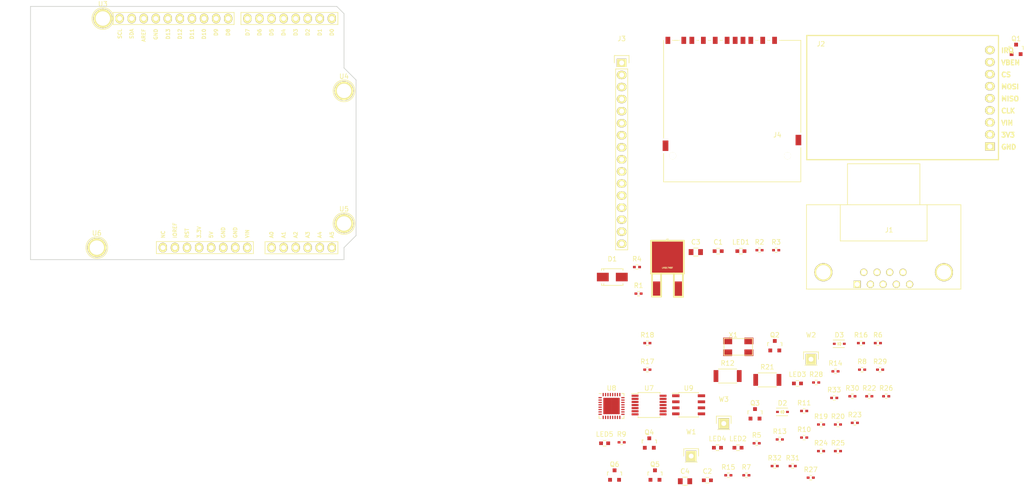
<source format=kicad_pcb>
(kicad_pcb (version 4) (host pcbnew 4.0.1-3.201512221402+6198~38~ubuntu14.04.1-stable)

  (general
    (links 153)
    (no_connects 153)
    (area 110.922999 72.949999 179.653001 126.440001)
    (thickness 1.6)
    (drawings 26)
    (tracks 1)
    (zones 0)
    (modules 68)
    (nets 71)
  )

  (page A4)
  (title_block
    (title "Arduino 101 Vehicle Datalogger Breakout Shield")
    (date 2016-05-02)
    (rev v1.0)
    (company "Released under the CERN Open Hardware License v1.2")
    (comment 1 jeh.wicker@gmail.com)
    (comment 2 "Jenner Hanni")
    (comment 3 "Wickerbox Electronics")
    (comment 4 http://github.com/wickerbox/pothole-project)
  )

  (layers
    (0 F.Cu signal)
    (31 B.Cu signal)
    (34 B.Paste user)
    (35 F.Paste user)
    (36 B.SilkS user)
    (37 F.SilkS user)
    (38 B.Mask user)
    (39 F.Mask user)
    (44 Edge.Cuts user)
  )

  (setup
    (last_trace_width 0.254)
    (user_trace_width 0.1524)
    (user_trace_width 0.254)
    (user_trace_width 0.3302)
    (user_trace_width 0.508)
    (user_trace_width 0.762)
    (user_trace_width 1.27)
    (trace_clearance 0.254)
    (zone_clearance 0.508)
    (zone_45_only no)
    (trace_min 0.1524)
    (segment_width 0.2)
    (edge_width 0.15)
    (via_size 0.6858)
    (via_drill 0.3302)
    (via_min_size 0.6858)
    (via_min_drill 0.3302)
    (user_via 0.6858 0.3302)
    (user_via 0.762 0.4064)
    (user_via 0.8636 0.508)
    (uvia_size 0.6858)
    (uvia_drill 0.3302)
    (uvias_allowed no)
    (uvia_min_size 0)
    (uvia_min_drill 0)
    (pcb_text_width 0.3)
    (pcb_text_size 1.5 1.5)
    (mod_edge_width 0.15)
    (mod_text_size 1 1)
    (mod_text_width 0.15)
    (pad_size 1.524 1.524)
    (pad_drill 0.762)
    (pad_to_mask_clearance 0.2)
    (aux_axis_origin 124.968 123.825)
    (grid_origin 124.968 123.825)
    (visible_elements FFFCDF7D)
    (pcbplotparams
      (layerselection 0x010fc_80000001)
      (usegerberextensions true)
      (excludeedgelayer true)
      (linewidth 0.100000)
      (plotframeref false)
      (viasonmask false)
      (mode 1)
      (useauxorigin false)
      (hpglpennumber 1)
      (hpglpenspeed 20)
      (hpglpendiameter 15)
      (hpglpenoverlay 2)
      (psnegative false)
      (psa4output false)
      (plotreference true)
      (plotvalue true)
      (plotinvisibletext false)
      (padsonsilk false)
      (subtractmaskfromsilk false)
      (outputformat 1)
      (mirror false)
      (drillshape 0)
      (scaleselection 1)
      (outputdirectory gerbers/))
  )

  (net 0 "")
  (net 1 GND)
  (net 2 +3V3)
  (net 3 "/D10(SD_CS)")
  (net 4 "/D11(MOSI)")
  (net 5 "/D13(SCLK)")
  (net 6 "/D12(MISO)")
  (net 7 +5V)
  (net 8 "/D5(FONA_RST)")
  (net 9 "/A3(FONA_RX)")
  (net 10 "/A2(FONA_TX)")
  (net 11 "/D8(FONA_RTS)")
  (net 12 "/A1(FONA_KEY)")
  (net 13 "/D9(FONA_RI)")
  (net 14 "/D7(FONA_PS)")
  (net 15 "/D6(FONA_NS)")
  (net 16 VBAT)
  (net 17 VIN)
  (net 18 "Net-(D2-Pad1)")
  (net 19 "Net-(D2-Pad2)")
  (net 20 "Net-(D3-Pad1)")
  (net 21 CAN_HI)
  (net 22 K_LINE)
  (net 23 CAN_LO)
  (net 24 J1850BUS-)
  (net 25 J1850BUS+)
  (net 26 L_LINE)
  (net 27 "Net-(D1-Pad2)")
  (net 28 "/A4(WIFI_CS)")
  (net 29 "/D4(WIFI_VBEN)")
  (net 30 "/A0(WIFI_IRQ)")
  (net 31 "Net-(LED1-Pad2)")
  (net 32 "Net-(LED2-Pad1)")
  (net 33 "Net-(LED3-Pad1)")
  (net 34 "Net-(LED4-Pad1)")
  (net 35 "Net-(LED5-Pad1)")
  (net 36 "Net-(Q2-Pad1)")
  (net 37 "Net-(Q5-Pad1)")
  (net 38 "Net-(Q6-Pad1)")
  (net 39 "Net-(R1-Pad1)")
  (net 40 "Net-(R5-Pad2)")
  (net 41 "Net-(R7-Pad2)")
  (net 42 "/Vehicle Datalogger/~ISO_K_TX")
  (net 43 "Net-(R10-Pad1)")
  (net 44 "Net-(R11-Pad1)")
  (net 45 "Net-(R14-Pad1)")
  (net 46 "Net-(R15-Pad1)")
  (net 47 "/Vehicle Datalogger/PWM_RX")
  (net 48 "/Vehicle Datalogger/~VPW_RX")
  (net 49 "/Vehicle Datalogger/~ISO_RX")
  (net 50 "/Vehicle Datalogger/~ISO_L_TX")
  (net 51 "/Vehicle Datalogger/J1850BUS-_TX")
  (net 52 "/Vehicle Datalogger/RESET")
  (net 53 "Net-(R25-Pad2)")
  (net 54 "Net-(R27-Pad1)")
  (net 55 "/Vehicle Datalogger/RST_NUM")
  (net 56 "/Vehicle Datalogger/OBD_RX_STATUS/PGC")
  (net 57 "Net-(R30-Pad2)")
  (net 58 "Net-(R31-Pad2)")
  (net 59 "D3(OBD2_RX)")
  (net 60 "/Vehicle Datalogger/CAN_TX")
  (net 61 "/Vehicle Datalogger/J1850BUS+_TX")
  (net 62 "Net-(U8-Pad6)")
  (net 63 "Net-(U8-Pad7)")
  (net 64 "/Vehicle Datalogger/SLEEP")
  (net 65 "/Vehicle Datalogger/CAN_RX")
  (net 66 "D2(OBD2_TX)")
  (net 67 "/Vehicle Datalogger/~PWR_CTRL")
  (net 68 OBD2_PWM/~VPN)
  (net 69 "Net-(Q1-Pad3)")
  (net 70 "Net-(Q3-Pad3)")

  (net_class Default "This is the default net class."
    (clearance 0.254)
    (trace_width 0.254)
    (via_dia 0.6858)
    (via_drill 0.3302)
    (uvia_dia 0.6858)
    (uvia_drill 0.3302)
    (add_net +3V3)
    (add_net +5V)
    (add_net "/A0(WIFI_IRQ)")
    (add_net "/A1(FONA_KEY)")
    (add_net "/A2(FONA_TX)")
    (add_net "/A3(FONA_RX)")
    (add_net "/A4(WIFI_CS)")
    (add_net "/D10(SD_CS)")
    (add_net "/D11(MOSI)")
    (add_net "/D12(MISO)")
    (add_net "/D13(SCLK)")
    (add_net "/D4(WIFI_VBEN)")
    (add_net "/D5(FONA_RST)")
    (add_net "/D6(FONA_NS)")
    (add_net "/D7(FONA_PS)")
    (add_net "/D8(FONA_RTS)")
    (add_net "/D9(FONA_RI)")
    (add_net "/Vehicle Datalogger/CAN_RX")
    (add_net "/Vehicle Datalogger/CAN_TX")
    (add_net "/Vehicle Datalogger/J1850BUS+_TX")
    (add_net "/Vehicle Datalogger/J1850BUS-_TX")
    (add_net "/Vehicle Datalogger/OBD_RX_STATUS/PGC")
    (add_net "/Vehicle Datalogger/PWM_RX")
    (add_net "/Vehicle Datalogger/RESET")
    (add_net "/Vehicle Datalogger/RST_NUM")
    (add_net "/Vehicle Datalogger/SLEEP")
    (add_net "/Vehicle Datalogger/~ISO_K_TX")
    (add_net "/Vehicle Datalogger/~ISO_L_TX")
    (add_net "/Vehicle Datalogger/~ISO_RX")
    (add_net "/Vehicle Datalogger/~PWR_CTRL")
    (add_net "/Vehicle Datalogger/~VPW_RX")
    (add_net CAN_HI)
    (add_net CAN_LO)
    (add_net "D2(OBD2_TX)")
    (add_net "D3(OBD2_RX)")
    (add_net GND)
    (add_net J1850BUS+)
    (add_net J1850BUS-)
    (add_net K_LINE)
    (add_net L_LINE)
    (add_net "Net-(D1-Pad2)")
    (add_net "Net-(D2-Pad1)")
    (add_net "Net-(D2-Pad2)")
    (add_net "Net-(D3-Pad1)")
    (add_net "Net-(LED1-Pad2)")
    (add_net "Net-(LED2-Pad1)")
    (add_net "Net-(LED3-Pad1)")
    (add_net "Net-(LED4-Pad1)")
    (add_net "Net-(LED5-Pad1)")
    (add_net "Net-(Q1-Pad3)")
    (add_net "Net-(Q2-Pad1)")
    (add_net "Net-(Q3-Pad3)")
    (add_net "Net-(Q5-Pad1)")
    (add_net "Net-(Q6-Pad1)")
    (add_net "Net-(R1-Pad1)")
    (add_net "Net-(R10-Pad1)")
    (add_net "Net-(R11-Pad1)")
    (add_net "Net-(R14-Pad1)")
    (add_net "Net-(R15-Pad1)")
    (add_net "Net-(R25-Pad2)")
    (add_net "Net-(R27-Pad1)")
    (add_net "Net-(R30-Pad2)")
    (add_net "Net-(R31-Pad2)")
    (add_net "Net-(R5-Pad2)")
    (add_net "Net-(R7-Pad2)")
    (add_net "Net-(U8-Pad6)")
    (add_net "Net-(U8-Pad7)")
    (add_net OBD2_PWM/~VPN)
    (add_net VBAT)
    (add_net VIN)
  )

  (module Wickerlib:ARDUINO-MOUNTING-HOLE locked (layer F.Cu) (tedit 0) (tstamp 572896F8)
    (at 177.038 90.805)
    (descr "module 1 pin (ou trou mecanique de percage)")
    (tags DEV)
    (path /57290D61)
    (fp_text reference U4 (at 0 -3.048) (layer F.SilkS)
      (effects (font (size 1 1) (thickness 0.15)))
    )
    (fp_text value HOLE (at 0 2.794) (layer F.Fab)
      (effects (font (size 1 1) (thickness 0.15)))
    )
    (fp_circle (center 0 0) (end 0 -2.286) (layer F.SilkS) (width 0.15))
    (pad 1 thru_hole circle (at 0 0) (size 4.064 4.064) (drill 3.048) (layers *.Cu *.Mask F.SilkS))
  )

  (module Wickerlib:ARDUINO-MOUNTING-HOLE locked (layer F.Cu) (tedit 0) (tstamp 572896F3)
    (at 126.238 75.565)
    (descr "module 1 pin (ou trou mecanique de percage)")
    (tags DEV)
    (path /57282130)
    (fp_text reference U3 (at 0 -3.048) (layer F.SilkS)
      (effects (font (size 1 1) (thickness 0.15)))
    )
    (fp_text value HOLE (at 0 2.794) (layer F.Fab)
      (effects (font (size 1 1) (thickness 0.15)))
    )
    (fp_circle (center 0 0) (end 0 -2.286) (layer F.SilkS) (width 0.15))
    (pad 1 thru_hole circle (at 0 0) (size 4.064 4.064) (drill 3.048) (layers *.Cu *.Mask F.SilkS))
  )

  (module Wickerlib:ARDUINO-MOUNTING-HOLE locked (layer F.Cu) (tedit 0) (tstamp 572896EE)
    (at 177.038 118.745)
    (descr "module 1 pin (ou trou mecanique de percage)")
    (tags DEV)
    (path /57290D9E)
    (fp_text reference U5 (at 0 -3.048) (layer F.SilkS)
      (effects (font (size 1 1) (thickness 0.15)))
    )
    (fp_text value HOLE (at 0 2.794) (layer F.Fab)
      (effects (font (size 1 1) (thickness 0.15)))
    )
    (fp_circle (center 0 0) (end 0 -2.286) (layer F.SilkS) (width 0.15))
    (pad 1 thru_hole circle (at 0 0) (size 4.064 4.064) (drill 3.048) (layers *.Cu *.Mask F.SilkS))
  )

  (module Wickerlib:ARDUINO-MOUNTING-HOLE locked (layer F.Cu) (tedit 0) (tstamp 572896E9)
    (at 124.968 123.825)
    (descr "module 1 pin (ou trou mecanique de percage)")
    (tags DEV)
    (path /57290DDB)
    (fp_text reference U6 (at 0 -3.048) (layer F.SilkS)
      (effects (font (size 1 1) (thickness 0.15)))
    )
    (fp_text value HOLE (at 0 2.794) (layer F.Fab)
      (effects (font (size 1 1) (thickness 0.15)))
    )
    (fp_circle (center 0 0) (end 0 -2.286) (layer F.SilkS) (width 0.15))
    (pad 1 thru_hole circle (at 0 0) (size 4.064 4.064) (drill 3.048) (layers *.Cu *.Mask F.SilkS))
  )

  (module Wickerlib:ARDUINO-101-SHIELD locked (layer F.Cu) (tedit 5728406C) (tstamp 5737D155)
    (at 133.8072 123.825)
    (descr "Through hole socket strip")
    (tags "socket strip")
    (path /572986CB)
    (fp_text reference U2 (at 13.97 2.794) (layer F.SilkS) hide
      (effects (font (size 1 1) (thickness 0.15)))
    )
    (fp_text value ARDUINO-101-SHIELD (at 13.97 4.318) (layer F.Fab) hide
      (effects (font (size 1 1) (thickness 0.15)))
    )
    (fp_text user NC (at 5.1308 -2.779486 90) (layer F.SilkS)
      (effects (font (size 0.762 0.762) (thickness 0.1524)))
    )
    (fp_line (start 3.33 -1.75) (end 3.33 1.75) (layer F.CrtYd) (width 0.05))
    (fp_line (start 24.63 -1.75) (end 24.63 1.75) (layer F.CrtYd) (width 0.05))
    (fp_line (start 3.33 -1.75) (end 24.63 -1.75) (layer F.CrtYd) (width 0.05))
    (fp_line (start 3.33 1.75) (end 24.63 1.75) (layer F.CrtYd) (width 0.05))
    (fp_line (start 3.7084 1.27) (end 24.13 1.27) (layer F.SilkS) (width 0.15))
    (fp_line (start 24.13 1.27) (end 24.13 -1.27) (layer F.SilkS) (width 0.15))
    (fp_line (start 24.13 -1.27) (end 3.7084 -1.27) (layer F.SilkS) (width 0.15))
    (fp_line (start 3.7084 1.27) (end 3.7084 -1.27) (layer F.SilkS) (width 0.15))
    (fp_text user IOREF (at 7.62 -3.6322 90) (layer F.SilkS)
      (effects (font (size 0.762 0.762) (thickness 0.1524)))
    )
    (fp_text user RST (at 10.16 -3.033485 90) (layer F.SilkS)
      (effects (font (size 0.762 0.762) (thickness 0.1524)))
    )
    (fp_text user 3.3V (at 12.7 -3.233057 90) (layer F.SilkS)
      (effects (font (size 0.762 0.762) (thickness 0.1524)))
    )
    (fp_text user 5V (at 15.24 -2.688771 90) (layer F.SilkS)
      (effects (font (size 0.762 0.762) (thickness 0.1524)))
    )
    (fp_text user GND (at 17.78 -3.160486 90) (layer F.SilkS)
      (effects (font (size 0.762 0.762) (thickness 0.1524)))
    )
    (fp_text user GND (at 20.32 -3.160486 90) (layer F.SilkS)
      (effects (font (size 0.762 0.762) (thickness 0.1524)))
    )
    (fp_text user VIN (at 22.86 -2.906486 90) (layer F.SilkS)
      (effects (font (size 0.762 0.762) (thickness 0.1524)))
    )
    (fp_line (start 41.9354 -1.2446) (end 26.5938 -1.2446) (layer F.SilkS) (width 0.15))
    (fp_line (start 41.9354 1.2954) (end 41.9354 -1.2446) (layer F.SilkS) (width 0.15))
    (fp_text user A4 (at 38.1254 -2.688771 90) (layer F.SilkS)
      (effects (font (size 0.762 0.762) (thickness 0.1524)))
    )
    (fp_text user A3 (at 35.5854 -2.688771 90) (layer F.SilkS)
      (effects (font (size 0.762 0.762) (thickness 0.1524)))
    )
    (fp_text user A5 (at 40.6654 -2.688771 90) (layer F.SilkS)
      (effects (font (size 0.762 0.762) (thickness 0.1524)))
    )
    (fp_text user A0 (at 27.9654 -2.688771 90) (layer F.SilkS)
      (effects (font (size 0.762 0.762) (thickness 0.1524)))
    )
    (fp_text user A1 (at 30.5054 -2.688771 90) (layer F.SilkS)
      (effects (font (size 0.762 0.762) (thickness 0.1524)))
    )
    (fp_line (start 26.5938 1.2954) (end 41.9354 1.2954) (layer F.SilkS) (width 0.15))
    (fp_line (start 26.5938 1.2954) (end 26.5938 -1.2446) (layer F.SilkS) (width 0.15))
    (fp_text user A2 (at 33.0454 -2.688771 90) (layer F.SilkS)
      (effects (font (size 0.762 0.762) (thickness 0.1524)))
    )
    (fp_line (start 26.2154 -1.7246) (end 42.4354 -1.7246) (layer F.CrtYd) (width 0.05))
    (fp_line (start 26.2154 -1.7246) (end 26.2154 1.7754) (layer F.CrtYd) (width 0.05))
    (fp_line (start 42.4354 -1.7246) (end 42.4354 1.7754) (layer F.CrtYd) (width 0.05))
    (fp_line (start 26.2154 1.7754) (end 42.4354 1.7754) (layer F.CrtYd) (width 0.05))
    (fp_text user D2 (at 35.5854 -45.349886 90) (layer F.SilkS)
      (effects (font (size 0.762 0.762) (thickness 0.1524)))
    )
    (fp_line (start 41.9354 -46.99) (end 41.9354 -49.53) (layer F.SilkS) (width 0.15))
    (fp_text user D0 (at 40.6654 -45.349886 90) (layer F.SilkS)
      (effects (font (size 0.762 0.762) (thickness 0.1524)))
    )
    (fp_text user D1 (at 38.1254 -45.349886 90) (layer F.SilkS)
      (effects (font (size 0.762 0.762) (thickness 0.1524)))
    )
    (fp_line (start 41.9354 -49.53) (end 21.5138 -49.53) (layer F.SilkS) (width 0.15))
    (fp_text user D4 (at 30.5054 -45.349886 90) (layer F.SilkS)
      (effects (font (size 0.762 0.762) (thickness 0.1524)))
    )
    (fp_text user D5 (at 27.9654 -45.349886 90) (layer F.SilkS)
      (effects (font (size 0.762 0.762) (thickness 0.1524)))
    )
    (fp_line (start 21.5138 -46.99) (end 21.5138 -49.53) (layer F.SilkS) (width 0.15))
    (fp_text user D6 (at 25.4254 -45.349886 90) (layer F.SilkS)
      (effects (font (size 0.762 0.762) (thickness 0.1524)))
    )
    (fp_text user D7 (at 22.9362 -45.349886 90) (layer F.SilkS)
      (effects (font (size 0.762 0.762) (thickness 0.1524)))
    )
    (fp_line (start 21.5138 -46.99) (end 41.9354 -46.99) (layer F.SilkS) (width 0.15))
    (fp_text user D3 (at 33.0454 -45.349886 90) (layer F.SilkS)
      (effects (font (size 0.762 0.762) (thickness 0.1524)))
    )
    (fp_line (start 21.1354 -50.01) (end 21.1354 -46.51) (layer F.CrtYd) (width 0.05))
    (fp_line (start 42.4354 -50.01) (end 42.4354 -46.51) (layer F.CrtYd) (width 0.05))
    (fp_line (start 21.1354 -50.01) (end 42.4354 -50.01) (layer F.CrtYd) (width 0.05))
    (fp_line (start 21.1354 -46.51) (end 42.4354 -46.51) (layer F.CrtYd) (width 0.05))
    (fp_line (start 20.0914 -49.53) (end -5.3848 -49.53) (layer F.SilkS) (width 0.15))
    (fp_text user D10 (at 13.7414 -44.987029 90) (layer F.SilkS)
      (effects (font (size 0.762 0.762) (thickness 0.1524)))
    )
    (fp_text user D12 (at 8.6614 -44.987029 90) (layer F.SilkS)
      (effects (font (size 0.762 0.762) (thickness 0.1524)))
    )
    (fp_line (start -5.3848 -46.99) (end 20.0914 -46.99) (layer F.SilkS) (width 0.15))
    (fp_text user D9 (at 16.2814 -45.349886 90) (layer F.SilkS)
      (effects (font (size 0.762 0.762) (thickness 0.1524)))
    )
    (fp_text user D8 (at 18.8214 -45.349886 90) (layer F.SilkS)
      (effects (font (size 0.762 0.762) (thickness 0.1524)))
    )
    (fp_line (start 20.0914 -46.99) (end 20.0914 -49.53) (layer F.SilkS) (width 0.15))
    (fp_text user D11 (at 11.2014 -44.987029 90) (layer F.SilkS)
      (effects (font (size 0.762 0.762) (thickness 0.1524)))
    )
    (fp_line (start -5.4102 -46.99) (end -5.4102 -49.53) (layer F.SilkS) (width 0.15))
    (fp_text user D13 (at 6.1722 -44.987029 90) (layer F.SilkS)
      (effects (font (size 0.762 0.762) (thickness 0.1524)))
    )
    (fp_line (start -5.7912 -49.9872) (end 20.5914 -49.9872) (layer F.CrtYd) (width 0.05))
    (fp_line (start 20.5914 -50.01) (end 20.5914 -46.51) (layer F.CrtYd) (width 0.05))
    (fp_line (start -5.7912 -49.9872) (end -5.7912 -46.5074) (layer F.CrtYd) (width 0.05))
    (fp_line (start -5.7912 -46.5074) (end 20.5914 -46.51) (layer F.CrtYd) (width 0.05))
    (fp_text user GND (at 3.5814 -44.9326 90) (layer F.SilkS)
      (effects (font (size 0.762 0.762) (thickness 0.1524)))
    )
    (fp_text user SDA (at -1.4986 -45.023314 90) (layer F.SilkS)
      (effects (font (size 0.762 0.762) (thickness 0.1524)))
    )
    (fp_text user AREF (at 1.0414 -44.714885 90) (layer F.SilkS)
      (effects (font (size 0.762 0.762) (thickness 0.1524)))
    )
    (fp_text user SCL (at -3.9878 -45.041457 90) (layer F.SilkS)
      (effects (font (size 0.762 0.762) (thickness 0.1524)))
    )
    (pad NC thru_hole oval (at 5.08 0) (size 1.7272 2.032) (drill 1.016) (layers *.Cu *.Mask F.SilkS))
    (pad IO thru_hole oval (at 7.62 0) (size 1.7272 2.032) (drill 1.016) (layers *.Cu *.Mask F.SilkS))
    (pad RST thru_hole oval (at 10.16 0) (size 1.7272 2.032) (drill 1.016) (layers *.Cu *.Mask F.SilkS))
    (pad 3V3 thru_hole oval (at 12.7 0) (size 1.7272 2.032) (drill 1.016) (layers *.Cu *.Mask F.SilkS)
      (net 2 +3V3))
    (pad 5V thru_hole oval (at 15.24 0) (size 1.7272 2.032) (drill 1.016) (layers *.Cu *.Mask F.SilkS)
      (net 7 +5V))
    (pad GND1 thru_hole oval (at 17.78 0) (size 1.7272 2.032) (drill 1.016) (layers *.Cu *.Mask F.SilkS)
      (net 1 GND))
    (pad GND2 thru_hole oval (at 20.32 0) (size 1.7272 2.032) (drill 1.016) (layers *.Cu *.Mask F.SilkS)
      (net 1 GND))
    (pad VIN thru_hole oval (at 22.86 0) (size 1.7272 2.032) (drill 1.016) (layers *.Cu *.Mask F.SilkS)
      (net 17 VIN))
    (pad A0 thru_hole oval (at 27.9654 0) (size 1.7272 2.032) (drill 1.016) (layers *.Cu *.Mask F.SilkS)
      (net 30 "/A0(WIFI_IRQ)"))
    (pad A1 thru_hole oval (at 30.5054 0) (size 1.7272 2.032) (drill 1.016) (layers *.Cu *.Mask F.SilkS)
      (net 12 "/A1(FONA_KEY)"))
    (pad A2 thru_hole oval (at 33.0454 0) (size 1.7272 2.032) (drill 1.016) (layers *.Cu *.Mask F.SilkS)
      (net 10 "/A2(FONA_TX)"))
    (pad A5 thru_hole oval (at 40.6654 0) (size 1.7272 2.032) (drill 1.016) (layers *.Cu *.Mask F.SilkS))
    (pad A4 thru_hole oval (at 38.1254 0) (size 1.7272 2.032) (drill 1.016) (layers *.Cu *.Mask F.SilkS)
      (net 28 "/A4(WIFI_CS)"))
    (pad A3 thru_hole oval (at 35.5854 0) (size 1.7272 2.032) (drill 1.016) (layers *.Cu *.Mask F.SilkS)
      (net 9 "/A3(FONA_RX)"))
    (pad D1 thru_hole oval (at 38.1254 -48.26) (size 1.7272 2.032) (drill 1.016) (layers *.Cu *.Mask F.SilkS))
    (pad D0 thru_hole oval (at 40.6654 -48.26) (size 1.7272 2.032) (drill 1.016) (layers *.Cu *.Mask F.SilkS))
    (pad D5 thru_hole oval (at 27.9654 -48.26) (size 1.7272 2.032) (drill 1.016) (layers *.Cu *.Mask F.SilkS)
      (net 8 "/D5(FONA_RST)"))
    (pad D4 thru_hole oval (at 30.5054 -48.26) (size 1.7272 2.032) (drill 1.016) (layers *.Cu *.Mask F.SilkS)
      (net 29 "/D4(WIFI_VBEN)"))
    (pad D6 thru_hole oval (at 25.4254 -48.26) (size 1.7272 2.032) (drill 1.016) (layers *.Cu *.Mask F.SilkS)
      (net 15 "/D6(FONA_NS)"))
    (pad D7 thru_hole oval (at 22.8854 -48.26) (size 1.7272 2.032) (drill 1.016) (layers *.Cu *.Mask F.SilkS)
      (net 14 "/D7(FONA_PS)"))
    (pad D3 thru_hole oval (at 33.0454 -48.26) (size 1.7272 2.032) (drill 1.016) (layers *.Cu *.Mask F.SilkS)
      (net 59 "D3(OBD2_RX)"))
    (pad D2 thru_hole oval (at 35.5854 -48.26) (size 1.7272 2.032) (drill 1.016) (layers *.Cu *.Mask F.SilkS)
      (net 66 "D2(OBD2_TX)"))
    (pad D13 thru_hole oval (at 6.1214 -48.26) (size 1.7272 2.032) (drill 1.016) (layers *.Cu *.Mask F.SilkS)
      (net 5 "/D13(SCLK)"))
    (pad D12 thru_hole oval (at 8.6614 -48.26) (size 1.7272 2.032) (drill 1.016) (layers *.Cu *.Mask F.SilkS)
      (net 6 "/D12(MISO)"))
    (pad D11 thru_hole oval (at 11.2014 -48.26) (size 1.7272 2.032) (drill 1.016) (layers *.Cu *.Mask F.SilkS)
      (net 4 "/D11(MOSI)"))
    (pad D8 thru_hole oval (at 18.8214 -48.26) (size 1.7272 2.032) (drill 1.016) (layers *.Cu *.Mask F.SilkS)
      (net 11 "/D8(FONA_RTS)"))
    (pad D9 thru_hole oval (at 16.2814 -48.26) (size 1.7272 2.032) (drill 1.016) (layers *.Cu *.Mask F.SilkS)
      (net 13 "/D9(FONA_RI)"))
    (pad D10 thru_hole oval (at 13.7414 -48.26) (size 1.7272 2.032) (drill 1.016) (layers *.Cu *.Mask F.SilkS)
      (net 3 "/D10(SD_CS)"))
    (pad AREF thru_hole oval (at 1.0414 -48.26) (size 1.7272 2.032) (drill 1.016) (layers *.Cu *.Mask F.SilkS)
      (net 2 +3V3))
    (pad GND3 thru_hole oval (at 3.5814 -48.26) (size 1.7272 2.032) (drill 1.016) (layers *.Cu *.Mask F.SilkS)
      (net 1 GND))
    (pad SCL thru_hole oval (at -4.0386 -48.26) (size 1.7272 2.032) (drill 1.016) (layers *.Cu *.Mask F.SilkS))
    (pad SDA thru_hole oval (at -1.4986 -48.26) (size 1.7272 2.032) (drill 1.016) (layers *.Cu *.Mask F.SilkS))
    (model ${KIPRJMOD}/Socket_Arduino_Uno.3dshapes/Socket_header_Arduino_1x08.wrl
      (at (xyz 0.35 0 0))
      (scale (xyz 1 1 1))
      (rotate (xyz 0 0 180))
    )
  )

  (module Wickerlib:0603 (layer F.Cu) (tedit 5415D631) (tstamp 5737D392)
    (at 255.846924 124.5674)
    (descr "Capacitor SMD 0603, reflow soldering, AVX (see smccp.pdf)")
    (tags "capacitor 0603")
    (path /5729E5A5)
    (attr smd)
    (fp_text reference C1 (at 0 -1.9) (layer F.SilkS)
      (effects (font (size 1 1) (thickness 0.15)))
    )
    (fp_text value 100nF (at 0 1.9) (layer F.Fab)
      (effects (font (size 1 1) (thickness 0.15)))
    )
    (fp_line (start -1.45 -0.75) (end 1.45 -0.75) (layer F.CrtYd) (width 0.05))
    (fp_line (start -1.45 0.75) (end 1.45 0.75) (layer F.CrtYd) (width 0.05))
    (fp_line (start -1.45 -0.75) (end -1.45 0.75) (layer F.CrtYd) (width 0.05))
    (fp_line (start 1.45 -0.75) (end 1.45 0.75) (layer F.CrtYd) (width 0.05))
    (fp_line (start -0.35 -0.6) (end 0.35 -0.6) (layer F.SilkS) (width 0.15))
    (fp_line (start 0.35 0.6) (end -0.35 0.6) (layer F.SilkS) (width 0.15))
    (pad 1 smd rect (at -0.75 0) (size 0.8 0.75) (layers F.Cu F.Paste F.Mask)
      (net 16 VBAT))
    (pad 2 smd rect (at 0.75 0) (size 0.8 0.75) (layers F.Cu F.Paste F.Mask)
      (net 1 GND))
    (model Capacitors_SMD.3dshapes/C_0603.wrl
      (at (xyz 0 0 0))
      (scale (xyz 1 1 1))
      (rotate (xyz 0 0 0))
    )
  )

  (module Wickerlib:0603 (layer F.Cu) (tedit 5415D631) (tstamp 5737D398)
    (at 253.576924 172.8374)
    (descr "Capacitor SMD 0603, reflow soldering, AVX (see smccp.pdf)")
    (tags "capacitor 0603")
    (path /57292B6E/572D514F)
    (attr smd)
    (fp_text reference C2 (at 0 -1.9) (layer F.SilkS)
      (effects (font (size 1 1) (thickness 0.15)))
    )
    (fp_text value 100nF (at 0 1.9) (layer F.Fab)
      (effects (font (size 1 1) (thickness 0.15)))
    )
    (fp_line (start -1.45 -0.75) (end 1.45 -0.75) (layer F.CrtYd) (width 0.05))
    (fp_line (start -1.45 0.75) (end 1.45 0.75) (layer F.CrtYd) (width 0.05))
    (fp_line (start -1.45 -0.75) (end -1.45 0.75) (layer F.CrtYd) (width 0.05))
    (fp_line (start 1.45 -0.75) (end 1.45 0.75) (layer F.CrtYd) (width 0.05))
    (fp_line (start -0.35 -0.6) (end 0.35 -0.6) (layer F.SilkS) (width 0.15))
    (fp_line (start 0.35 0.6) (end -0.35 0.6) (layer F.SilkS) (width 0.15))
    (pad 1 smd rect (at -0.75 0) (size 0.8 0.75) (layers F.Cu F.Paste F.Mask)
      (net 7 +5V))
    (pad 2 smd rect (at 0.75 0) (size 0.8 0.75) (layers F.Cu F.Paste F.Mask)
      (net 1 GND))
    (model Capacitors_SMD.3dshapes/C_0603.wrl
      (at (xyz 0 0 0))
      (scale (xyz 1 1 1))
      (rotate (xyz 0 0 0))
    )
  )

  (module Wickerlib:0805 (layer F.Cu) (tedit 5415D6EA) (tstamp 5737D39E)
    (at 251.137401 124.7674)
    (descr "Capacitor SMD 0805, reflow soldering, AVX (see smccp.pdf)")
    (tags "capacitor 0805")
    (path /57295FB5)
    (attr smd)
    (fp_text reference C3 (at 0 -2.1) (layer F.SilkS)
      (effects (font (size 1 1) (thickness 0.15)))
    )
    (fp_text value 1uF (at 0 2.1) (layer F.Fab)
      (effects (font (size 1 1) (thickness 0.15)))
    )
    (fp_line (start -1.8 -1) (end 1.8 -1) (layer F.CrtYd) (width 0.05))
    (fp_line (start -1.8 1) (end 1.8 1) (layer F.CrtYd) (width 0.05))
    (fp_line (start -1.8 -1) (end -1.8 1) (layer F.CrtYd) (width 0.05))
    (fp_line (start 1.8 -1) (end 1.8 1) (layer F.CrtYd) (width 0.05))
    (fp_line (start 0.5 -0.85) (end -0.5 -0.85) (layer F.SilkS) (width 0.15))
    (fp_line (start -0.5 0.85) (end 0.5 0.85) (layer F.SilkS) (width 0.15))
    (pad 1 smd rect (at -1 0) (size 1 1.25) (layers F.Cu F.Paste F.Mask)
      (net 17 VIN))
    (pad 2 smd rect (at 1 0) (size 1 1.25) (layers F.Cu F.Paste F.Mask)
      (net 1 GND))
    (model Capacitors_SMD.3dshapes/C_0805.wrl
      (at (xyz 0 0 0))
      (scale (xyz 1 1 1))
      (rotate (xyz 0 0 0))
    )
  )

  (module Wickerlib:0805 (layer F.Cu) (tedit 5415D6EA) (tstamp 5737D3A4)
    (at 248.867401 173.0374)
    (descr "Capacitor SMD 0805, reflow soldering, AVX (see smccp.pdf)")
    (tags "capacitor 0805")
    (path /57292B6E/57383AC3)
    (attr smd)
    (fp_text reference C4 (at 0 -2.1) (layer F.SilkS)
      (effects (font (size 1 1) (thickness 0.15)))
    )
    (fp_text value 1uF (at 0 2.1) (layer F.Fab)
      (effects (font (size 1 1) (thickness 0.15)))
    )
    (fp_line (start -1.8 -1) (end 1.8 -1) (layer F.CrtYd) (width 0.05))
    (fp_line (start -1.8 1) (end 1.8 1) (layer F.CrtYd) (width 0.05))
    (fp_line (start -1.8 -1) (end -1.8 1) (layer F.CrtYd) (width 0.05))
    (fp_line (start 1.8 -1) (end 1.8 1) (layer F.CrtYd) (width 0.05))
    (fp_line (start 0.5 -0.85) (end -0.5 -0.85) (layer F.SilkS) (width 0.15))
    (fp_line (start -0.5 0.85) (end 0.5 0.85) (layer F.SilkS) (width 0.15))
    (pad 1 smd rect (at -1 0) (size 1 1.25) (layers F.Cu F.Paste F.Mask)
      (net 16 VBAT))
    (pad 2 smd rect (at 1 0) (size 1 1.25) (layers F.Cu F.Paste F.Mask)
      (net 1 GND))
    (model Capacitors_SMD.3dshapes/C_0805.wrl
      (at (xyz 0 0 0))
      (scale (xyz 1 1 1))
      (rotate (xyz 0 0 0))
    )
  )

  (module Wickerlib:Diode_SMA (layer F.Cu) (tedit 57323BEB) (tstamp 5737D3AA)
    (at 233.547401 130.0274)
    (descr "Diode SMA")
    (tags "Diode SMA")
    (path /572D1D59)
    (attr smd)
    (fp_text reference D1 (at 0 -3.81) (layer F.SilkS)
      (effects (font (size 1 1) (thickness 0.15)))
    )
    (fp_text value MBRA140 (at 0 4.3) (layer F.Fab)
      (effects (font (size 1 1) (thickness 0.15)))
    )
    (fp_line (start -3.5 -2) (end 3.5 -2) (layer F.CrtYd) (width 0.05))
    (fp_line (start 3.5 -2) (end 3.5 2) (layer F.CrtYd) (width 0.05))
    (fp_line (start 3.5 2) (end -3.5 2) (layer F.CrtYd) (width 0.05))
    (fp_line (start -3.5 2) (end -3.5 -2) (layer F.CrtYd) (width 0.05))
    (fp_circle (center 0 0) (end 0.20066 -0.0508) (layer F.Adhes) (width 0.381))
    (fp_line (start -1.79914 1.75006) (end -1.79914 1.39954) (layer F.SilkS) (width 0.15))
    (fp_line (start -1.79914 -1.75006) (end -1.79914 -1.39954) (layer F.SilkS) (width 0.15))
    (fp_line (start 2.25044 1.75006) (end 2.25044 1.39954) (layer F.SilkS) (width 0.15))
    (fp_line (start -2.25044 1.75006) (end -2.25044 1.39954) (layer F.SilkS) (width 0.15))
    (fp_line (start -2.25044 -1.75006) (end -2.25044 -1.39954) (layer F.SilkS) (width 0.15))
    (fp_line (start 2.25044 -1.75006) (end 2.25044 -1.39954) (layer F.SilkS) (width 0.15))
    (fp_line (start -2.25044 1.75006) (end 2.25044 1.75006) (layer F.SilkS) (width 0.15))
    (fp_line (start -2.25044 -1.75006) (end 2.25044 -1.75006) (layer F.SilkS) (width 0.15))
    (pad 1 smd rect (at -1.99898 0) (size 2.49936 1.80086) (layers F.Cu F.Paste F.Mask)
      (net 16 VBAT))
    (pad 2 smd rect (at 1.99898 0) (size 2.49936 1.80086) (layers F.Cu F.Paste F.Mask)
      (net 27 "Net-(D1-Pad2)"))
    (model Diodes_SMD.3dshapes/SMA_Standard.wrl
      (at (xyz 0 0 0))
      (scale (xyz 0.3937 0.3937 0.3937))
      (rotate (xyz 0 0 180))
    )
  )

  (module Wickerlib:SOD-323 (layer F.Cu) (tedit 5530FC5E) (tstamp 5737D3B0)
    (at 269.394543 158.4374)
    (descr SOD-323)
    (tags SOD-323)
    (path /57292B6E/57297861)
    (attr smd)
    (fp_text reference D2 (at 0 -1.85) (layer F.SilkS)
      (effects (font (size 1 1) (thickness 0.15)))
    )
    (fp_text value BAS16 (at 0.1 1.9) (layer F.Fab)
      (effects (font (size 1 1) (thickness 0.15)))
    )
    (fp_line (start 0.25 0) (end 0.5 0) (layer F.SilkS) (width 0.15))
    (fp_line (start -0.25 0) (end -0.5 0) (layer F.SilkS) (width 0.15))
    (fp_line (start -0.25 0) (end 0.25 -0.35) (layer F.SilkS) (width 0.15))
    (fp_line (start 0.25 -0.35) (end 0.25 0.35) (layer F.SilkS) (width 0.15))
    (fp_line (start 0.25 0.35) (end -0.25 0) (layer F.SilkS) (width 0.15))
    (fp_line (start -0.25 -0.35) (end -0.25 0.35) (layer F.SilkS) (width 0.15))
    (fp_line (start -1.5 -0.95) (end 1.5 -0.95) (layer F.CrtYd) (width 0.05))
    (fp_line (start 1.5 -0.95) (end 1.5 0.95) (layer F.CrtYd) (width 0.05))
    (fp_line (start -1.5 0.95) (end 1.5 0.95) (layer F.CrtYd) (width 0.05))
    (fp_line (start -1.5 -0.95) (end -1.5 0.95) (layer F.CrtYd) (width 0.05))
    (fp_line (start -1.3 0.8) (end 1.1 0.8) (layer F.SilkS) (width 0.15))
    (fp_line (start -1.3 -0.8) (end 1.1 -0.8) (layer F.SilkS) (width 0.15))
    (pad 1 smd rect (at -1.055 0) (size 0.59 0.45) (layers F.Cu F.Paste F.Mask)
      (net 18 "Net-(D2-Pad1)"))
    (pad 2 smd rect (at 1.055 0) (size 0.59 0.45) (layers F.Cu F.Paste F.Mask)
      (net 19 "Net-(D2-Pad2)"))
  )

  (module Wickerlib:SOD-323 (layer F.Cu) (tedit 5530FC5E) (tstamp 5737D3B6)
    (at 281.364543 144.0874)
    (descr SOD-323)
    (tags SOD-323)
    (path /57292B6E/572A4262)
    (attr smd)
    (fp_text reference D3 (at 0 -1.85) (layer F.SilkS)
      (effects (font (size 1 1) (thickness 0.15)))
    )
    (fp_text value BAS16 (at 0.1 1.9) (layer F.Fab)
      (effects (font (size 1 1) (thickness 0.15)))
    )
    (fp_line (start 0.25 0) (end 0.5 0) (layer F.SilkS) (width 0.15))
    (fp_line (start -0.25 0) (end -0.5 0) (layer F.SilkS) (width 0.15))
    (fp_line (start -0.25 0) (end 0.25 -0.35) (layer F.SilkS) (width 0.15))
    (fp_line (start 0.25 -0.35) (end 0.25 0.35) (layer F.SilkS) (width 0.15))
    (fp_line (start 0.25 0.35) (end -0.25 0) (layer F.SilkS) (width 0.15))
    (fp_line (start -0.25 -0.35) (end -0.25 0.35) (layer F.SilkS) (width 0.15))
    (fp_line (start -1.5 -0.95) (end 1.5 -0.95) (layer F.CrtYd) (width 0.05))
    (fp_line (start 1.5 -0.95) (end 1.5 0.95) (layer F.CrtYd) (width 0.05))
    (fp_line (start -1.5 0.95) (end 1.5 0.95) (layer F.CrtYd) (width 0.05))
    (fp_line (start -1.5 -0.95) (end -1.5 0.95) (layer F.CrtYd) (width 0.05))
    (fp_line (start -1.3 0.8) (end 1.1 0.8) (layer F.SilkS) (width 0.15))
    (fp_line (start -1.3 -0.8) (end 1.1 -0.8) (layer F.SilkS) (width 0.15))
    (pad 1 smd rect (at -1.055 0) (size 0.59 0.45) (layers F.Cu F.Paste F.Mask)
      (net 20 "Net-(D3-Pad1)"))
    (pad 2 smd rect (at 1.055 0) (size 0.59 0.45) (layers F.Cu F.Paste F.Mask)
      (net 7 +5V))
  )

  (module Wickerlib:DB9FC (layer F.Cu) (tedit 0) (tstamp 5737D3C5)
    (at 290.586401 130.287401)
    (descr "Connecteur DB9 femelle couche")
    (tags "CONN DB9")
    (path /5729433A)
    (fp_text reference J1 (at 1.27 -10.16) (layer F.SilkS)
      (effects (font (size 1 1) (thickness 0.15)))
    )
    (fp_text value "DB9 TO ENGINE CONTROL UNIT" (at 1.27 -3.81) (layer F.Fab)
      (effects (font (size 1 1) (thickness 0.15)))
    )
    (fp_line (start -16.129 2.286) (end 16.383 2.286) (layer F.SilkS) (width 0.15))
    (fp_line (start 16.383 2.286) (end 16.383 -15.494) (layer F.SilkS) (width 0.15))
    (fp_line (start 16.383 -15.494) (end -16.129 -15.494) (layer F.SilkS) (width 0.15))
    (fp_line (start -16.129 -15.494) (end -16.129 2.286) (layer F.SilkS) (width 0.15))
    (fp_line (start -9.017 -15.494) (end -9.017 -7.874) (layer F.SilkS) (width 0.15))
    (fp_line (start -9.017 -7.874) (end 9.271 -7.874) (layer F.SilkS) (width 0.15))
    (fp_line (start 9.271 -7.874) (end 9.271 -15.494) (layer F.SilkS) (width 0.15))
    (fp_line (start -7.493 -15.494) (end -7.493 -24.13) (layer F.SilkS) (width 0.15))
    (fp_line (start -7.493 -24.13) (end 7.747 -24.13) (layer F.SilkS) (width 0.15))
    (fp_line (start 7.747 -24.13) (end 7.747 -15.494) (layer F.SilkS) (width 0.15))
    (pad "" thru_hole circle (at 12.827 -1.27) (size 3.81 3.81) (drill 3.048) (layers *.Cu *.Mask F.SilkS))
    (pad "" thru_hole circle (at -12.573 -1.27) (size 3.81 3.81) (drill 3.048) (layers *.Cu *.Mask F.SilkS))
    (pad 1 thru_hole rect (at -5.461 1.27) (size 1.524 1.524) (drill 1.016) (layers *.Cu *.Mask F.SilkS)
      (net 1 GND))
    (pad 2 thru_hole circle (at -2.667 1.27) (size 1.524 1.524) (drill 1.016) (layers *.Cu *.Mask F.SilkS)
      (net 1 GND))
    (pad 3 thru_hole circle (at 0 1.27) (size 1.524 1.524) (drill 1.016) (layers *.Cu *.Mask F.SilkS)
      (net 21 CAN_HI))
    (pad 4 thru_hole circle (at 2.794 1.27) (size 1.524 1.524) (drill 1.016) (layers *.Cu *.Mask F.SilkS)
      (net 22 K_LINE))
    (pad 5 thru_hole circle (at 5.588 1.27) (size 1.524 1.524) (drill 1.016) (layers *.Cu *.Mask F.SilkS)
      (net 23 CAN_LO))
    (pad 6 thru_hole circle (at -4.064 -1.27) (size 1.524 1.524) (drill 1.016) (layers *.Cu *.Mask F.SilkS)
      (net 24 J1850BUS-))
    (pad 7 thru_hole circle (at -1.27 -1.27) (size 1.524 1.524) (drill 1.016) (layers *.Cu *.Mask F.SilkS)
      (net 25 J1850BUS+))
    (pad 8 thru_hole circle (at 1.397 -1.27) (size 1.524 1.524) (drill 1.016) (layers *.Cu *.Mask F.SilkS)
      (net 26 L_LINE))
    (pad 9 thru_hole circle (at 4.191 -1.27) (size 1.524 1.524) (drill 1.016) (layers *.Cu *.Mask F.SilkS)
      (net 27 "Net-(D1-Pad2)"))
    (model Connect.3dshapes/DB9FC.wrl
      (at (xyz 0 0 0))
      (scale (xyz 1 1 1))
      (rotate (xyz 0 0 0))
    )
  )

  (module Wickerlib:CC3000BKOUT (layer F.Cu) (tedit 573163E2) (tstamp 5737D3D2)
    (at 314.895401 79.1424)
    (descr "Through hole pin header")
    (tags "pin header")
    (path /572A1525)
    (fp_text reference J2 (at -37.4 1.785) (layer F.SilkS)
      (effects (font (size 1 1) (thickness 0.15)))
    )
    (fp_text value CC3000-HUZZAH (at -33.655 5.055) (layer F.Fab) hide
      (effects (font (size 1 1) (thickness 0.15)))
    )
    (fp_text user IRQ (at 1.886857 3.175) (layer F.SilkS)
      (effects (font (size 1.016 1.016) (thickness 0.254)))
    )
    (fp_line (start 0 0) (end 0 26.162) (layer F.SilkS) (width 0.254))
    (fp_line (start 0 0) (end -40.386 0) (layer F.SilkS) (width 0.254))
    (fp_line (start -40.386 0) (end -40.386 26.162) (layer F.CrtYd) (width 0.05))
    (fp_line (start 0 0) (end 0 26.416) (layer F.CrtYd) (width 0.05))
    (fp_line (start -40.386 0) (end 0 0) (layer F.CrtYd) (width 0.05))
    (fp_line (start -40.386 26.162) (end 0 26.162) (layer F.CrtYd) (width 0.05))
    (fp_line (start 0 26.162) (end -40.386 26.162) (layer F.SilkS) (width 0.254))
    (fp_line (start -40.386 0) (end -40.386 26.162) (layer F.SilkS) (width 0.254))
    (fp_text user VBEN (at 2.54 5.715) (layer F.SilkS)
      (effects (font (size 1.016 1.016) (thickness 0.254)))
    )
    (fp_text user CS (at 1.596571 8.255) (layer F.SilkS)
      (effects (font (size 1.016 1.016) (thickness 0.254)))
    )
    (fp_text user MOSI (at 2.443238 10.795) (layer F.SilkS)
      (effects (font (size 1.016 1.016) (thickness 0.254)))
    )
    (fp_text user MISO (at 2.443238 13.335) (layer F.SilkS)
      (effects (font (size 1.016 1.016) (thickness 0.254)))
    )
    (fp_text user CLK (at 2.032 15.875) (layer F.SilkS)
      (effects (font (size 1.016 1.016) (thickness 0.254)))
    )
    (fp_text user VIN (at 1.814286 18.415) (layer F.SilkS)
      (effects (font (size 1.016 1.016) (thickness 0.254)))
    )
    (fp_text user 3V3 (at 2.007809 20.955) (layer F.SilkS)
      (effects (font (size 1.016 1.016) (thickness 0.254)))
    )
    (fp_text user GND (at 2.152952 23.495) (layer F.SilkS)
      (effects (font (size 1.016 1.016) (thickness 0.254)))
    )
    (pad 1 thru_hole rect (at -1.816 23.386 180) (size 2.032 1.7272) (drill 1.016) (layers *.Cu *.Mask F.SilkS)
      (net 1 GND))
    (pad 2 thru_hole oval (at -1.816 20.846 180) (size 2.032 1.7272) (drill 1.016) (layers *.Cu *.Mask F.SilkS)
      (net 2 +3V3))
    (pad 3 thru_hole oval (at -1.816 18.306 180) (size 2.032 1.7272) (drill 1.016) (layers *.Cu *.Mask F.SilkS))
    (pad 4 thru_hole oval (at -1.816 15.766 180) (size 2.032 1.7272) (drill 1.016) (layers *.Cu *.Mask F.SilkS)
      (net 5 "/D13(SCLK)"))
    (pad 5 thru_hole oval (at -1.816 13.226 180) (size 2.032 1.7272) (drill 1.016) (layers *.Cu *.Mask F.SilkS)
      (net 6 "/D12(MISO)"))
    (pad 6 thru_hole oval (at -1.816 10.686 180) (size 2.032 1.7272) (drill 1.016) (layers *.Cu *.Mask F.SilkS)
      (net 4 "/D11(MOSI)"))
    (pad 7 thru_hole oval (at -1.816 8.146 180) (size 2.032 1.7272) (drill 1.016) (layers *.Cu *.Mask F.SilkS)
      (net 28 "/A4(WIFI_CS)"))
    (pad 8 thru_hole oval (at -1.816 5.606 180) (size 2.032 1.7272) (drill 1.016) (layers *.Cu *.Mask F.SilkS)
      (net 29 "/D4(WIFI_VBEN)"))
    (pad 9 thru_hole oval (at -1.816 3.066 180) (size 2.032 1.7272) (drill 1.016) (layers *.Cu *.Mask F.SilkS)
      (net 30 "/A0(WIFI_IRQ)"))
    (model Pin_Headers.3dshapes/Pin_Header_Straight_1x09.wrl
      (at (xyz 0 -0.4 0))
      (scale (xyz 1 1 1))
      (rotate (xyz 0 0 90))
    )
  )

  (module Wickerlib:Pin_Header_Straight_1x16 (layer F.Cu) (tedit 0) (tstamp 5737D3E6)
    (at 235.525971 84.9174)
    (descr "Through hole pin header")
    (tags "pin header")
    (path /57284819)
    (fp_text reference J3 (at 0 -5.1) (layer F.SilkS)
      (effects (font (size 1 1) (thickness 0.15)))
    )
    (fp_text value FONA808-GPS (at 0 -3.1) (layer F.Fab)
      (effects (font (size 1 1) (thickness 0.15)))
    )
    (fp_line (start -1.75 -1.75) (end -1.75 39.85) (layer F.CrtYd) (width 0.05))
    (fp_line (start 1.75 -1.75) (end 1.75 39.85) (layer F.CrtYd) (width 0.05))
    (fp_line (start -1.75 -1.75) (end 1.75 -1.75) (layer F.CrtYd) (width 0.05))
    (fp_line (start -1.75 39.85) (end 1.75 39.85) (layer F.CrtYd) (width 0.05))
    (fp_line (start -1.27 1.27) (end -1.27 39.37) (layer F.SilkS) (width 0.15))
    (fp_line (start -1.27 39.37) (end 1.27 39.37) (layer F.SilkS) (width 0.15))
    (fp_line (start 1.27 39.37) (end 1.27 1.27) (layer F.SilkS) (width 0.15))
    (fp_line (start 1.55 -1.55) (end 1.55 0) (layer F.SilkS) (width 0.15))
    (fp_line (start 1.27 1.27) (end -1.27 1.27) (layer F.SilkS) (width 0.15))
    (fp_line (start -1.55 0) (end -1.55 -1.55) (layer F.SilkS) (width 0.15))
    (fp_line (start -1.55 -1.55) (end 1.55 -1.55) (layer F.SilkS) (width 0.15))
    (pad 1 thru_hole rect (at 0 0) (size 2.032 1.7272) (drill 1.016) (layers *.Cu *.Mask F.SilkS)
      (net 7 +5V))
    (pad 2 thru_hole oval (at 0 2.54) (size 2.032 1.7272) (drill 1.016) (layers *.Cu *.Mask F.SilkS))
    (pad 3 thru_hole oval (at 0 5.08) (size 2.032 1.7272) (drill 1.016) (layers *.Cu *.Mask F.SilkS)
      (net 1 GND))
    (pad 4 thru_hole oval (at 0 7.62) (size 2.032 1.7272) (drill 1.016) (layers *.Cu *.Mask F.SilkS)
      (net 2 +3V3))
    (pad 5 thru_hole oval (at 0 10.16) (size 2.032 1.7272) (drill 1.016) (layers *.Cu *.Mask F.SilkS)
      (net 8 "/D5(FONA_RST)"))
    (pad 6 thru_hole oval (at 0 12.7) (size 2.032 1.7272) (drill 1.016) (layers *.Cu *.Mask F.SilkS)
      (net 9 "/A3(FONA_RX)"))
    (pad 7 thru_hole oval (at 0 15.24) (size 2.032 1.7272) (drill 1.016) (layers *.Cu *.Mask F.SilkS)
      (net 10 "/A2(FONA_TX)"))
    (pad 8 thru_hole oval (at 0 17.78) (size 2.032 1.7272) (drill 1.016) (layers *.Cu *.Mask F.SilkS)
      (net 11 "/D8(FONA_RTS)"))
    (pad 9 thru_hole oval (at 0 20.32) (size 2.032 1.7272) (drill 1.016) (layers *.Cu *.Mask F.SilkS)
      (net 12 "/A1(FONA_KEY)"))
    (pad 10 thru_hole oval (at 0 22.86) (size 2.032 1.7272) (drill 1.016) (layers *.Cu *.Mask F.SilkS)
      (net 13 "/D9(FONA_RI)"))
    (pad 11 thru_hole oval (at 0 25.4) (size 2.032 1.7272) (drill 1.016) (layers *.Cu *.Mask F.SilkS)
      (net 14 "/D7(FONA_PS)"))
    (pad 12 thru_hole oval (at 0 27.94) (size 2.032 1.7272) (drill 1.016) (layers *.Cu *.Mask F.SilkS)
      (net 15 "/D6(FONA_NS)"))
    (pad 13 thru_hole oval (at 0 30.48) (size 2.032 1.7272) (drill 1.016) (layers *.Cu *.Mask F.SilkS))
    (pad 14 thru_hole oval (at 0 33.02) (size 2.032 1.7272) (drill 1.016) (layers *.Cu *.Mask F.SilkS))
    (pad 15 thru_hole oval (at 0 35.56) (size 2.032 1.7272) (drill 1.016) (layers *.Cu *.Mask F.SilkS))
    (pad 16 thru_hole oval (at 0 38.1) (size 2.032 1.7272) (drill 1.016) (layers *.Cu *.Mask F.SilkS))
    (model Pin_Headers.3dshapes/Pin_Header_Straight_1x16.wrl
      (at (xyz 0 -0.75 0))
      (scale (xyz 1 1 1))
      (rotate (xyz 0 0 90))
    )
  )

  (module Wickerlib:SD_Holder_FullSize (layer F.Cu) (tedit 54A89A84) (tstamp 5737D3F9)
    (at 258.355018 80.167401)
    (path /57284623)
    (fp_text reference J4 (at 9.96386 19.9312) (layer F.SilkS)
      (effects (font (size 1 1) (thickness 0.15)))
    )
    (fp_text value CONN-SD-CARD-PUSH-PULL-R/A-SMD (at -1.2 9) (layer F.Fab)
      (effects (font (size 1 1) (thickness 0.15)))
    )
    (fp_line (start -14.7 41.05) (end 15.5 41.05) (layer F.CrtYd) (width 0.05))
    (fp_line (start 15.5 41.05) (end 15.5 -1.25) (layer F.CrtYd) (width 0.05))
    (fp_line (start 15.5 -1.25) (end -14.7 -1.25) (layer F.CrtYd) (width 0.05))
    (fp_line (start -14.7 -1.25) (end -14.7 41.05) (layer F.CrtYd) (width 0.05))
    (fp_line (start 7.9 0) (end 8.4 0) (layer F.SilkS) (width 0.15))
    (fp_line (start 5.4 0) (end 5.9 0) (layer F.SilkS) (width 0.15))
    (fp_line (start -2.1 0) (end -1.6 0) (layer F.SilkS) (width 0.15))
    (fp_line (start -4.6 0) (end -4.1 0) (layer F.SilkS) (width 0.15))
    (fp_line (start -7 0) (end -6.6 0) (layer F.SilkS) (width 0.15))
    (fp_line (start -12.1 0) (end -10.7 0) (layer F.SilkS) (width 0.15))
    (fp_line (start -14 20.6) (end -14 0) (layer F.SilkS) (width 0.15))
    (fp_line (start 14.9 19.4) (end 14.9 0) (layer F.SilkS) (width 0.15))
    (fp_line (start 14.9 0) (end 10.4 0) (layer F.SilkS) (width 0.15))
    (fp_line (start 14.9 29.8) (end -14 29.8) (layer F.SilkS) (width 0.15))
    (fp_line (start -14 29.8) (end -14 23.8) (layer F.SilkS) (width 0.15))
    (fp_line (start 14.9 29.8) (end 14.9 22.6) (layer F.SilkS) (width 0.15))
    (pad 1 smd rect (at 6.875 0) (size 1 1.5) (layers F.Cu F.Paste F.Mask)
      (net 3 "/D10(SD_CS)"))
    (pad 2 smd rect (at 4.375 0) (size 1 1.5) (layers F.Cu F.Paste F.Mask)
      (net 4 "/D11(MOSI)"))
    (pad 3 smd rect (at 1.075 0) (size 1 1.5) (layers F.Cu F.Paste F.Mask)
      (net 1 GND))
    (pad 4 smd rect (at -0.625 0) (size 1 1.5) (layers F.Cu F.Paste F.Mask)
      (net 2 +3V3))
    (pad 5 smd rect (at -3.125 0) (size 1 1.5) (layers F.Cu F.Paste F.Mask)
      (net 5 "/D13(SCLK)"))
    (pad 6 smd rect (at -5.625 0) (size 1 1.5) (layers F.Cu F.Paste F.Mask)
      (net 1 GND))
    (pad 7 smd rect (at -8.05 0) (size 1 1.5) (layers F.Cu F.Paste F.Mask)
      (net 6 "/D12(MISO)"))
    (pad 8 smd rect (at -9.75 0) (size 1 1.5) (layers F.Cu F.Paste F.Mask))
    (pad 9 smd rect (at 9.375 0) (size 1 1.5) (layers F.Cu F.Paste F.Mask))
    (pad 10 smd rect (at 2.725 0) (size 1 1.5) (layers F.Cu F.Paste F.Mask))
    (pad 11 smd rect (at -13.1 0) (size 1 1.5) (layers F.Cu F.Paste F.Mask))
    (pad 12 smd rect (at 14.4 21) (size 1.2 2.2) (layers F.Cu F.Paste F.Mask))
    (pad 13 smd rect (at -13.6 22.2) (size 1.2 2.2) (layers F.Cu F.Paste F.Mask)
      (net 1 GND))
    (pad "" np_thru_hole circle (at 12.1 24.3) (size 1.5 1.5) (drill 1.5) (layers *.Cu *.Mask F.SilkS))
    (pad "" np_thru_hole circle (at -12.1 24.3) (size 1.5 1.5) (drill 1.5) (layers *.Cu *.Mask F.SilkS))
  )

  (module Wickerlib:0603 (layer F.Cu) (tedit 5415D631) (tstamp 5737D3FF)
    (at 260.640733 124.5674)
    (descr "Capacitor SMD 0603, reflow soldering, AVX (see smccp.pdf)")
    (tags "capacitor 0603")
    (path /572D41FB)
    (attr smd)
    (fp_text reference LED1 (at 0 -1.9) (layer F.SilkS)
      (effects (font (size 1 1) (thickness 0.15)))
    )
    (fp_text value RED (at 0 1.9) (layer F.Fab)
      (effects (font (size 1 1) (thickness 0.15)))
    )
    (fp_line (start -1.45 -0.75) (end 1.45 -0.75) (layer F.CrtYd) (width 0.05))
    (fp_line (start -1.45 0.75) (end 1.45 0.75) (layer F.CrtYd) (width 0.05))
    (fp_line (start -1.45 -0.75) (end -1.45 0.75) (layer F.CrtYd) (width 0.05))
    (fp_line (start 1.45 -0.75) (end 1.45 0.75) (layer F.CrtYd) (width 0.05))
    (fp_line (start -0.35 -0.6) (end 0.35 -0.6) (layer F.SilkS) (width 0.15))
    (fp_line (start 0.35 0.6) (end -0.35 0.6) (layer F.SilkS) (width 0.15))
    (pad 1 smd rect (at -0.75 0) (size 0.8 0.75) (layers F.Cu F.Paste F.Mask)
      (net 1 GND))
    (pad 2 smd rect (at 0.75 0) (size 0.8 0.75) (layers F.Cu F.Paste F.Mask)
      (net 31 "Net-(LED1-Pad2)"))
    (model Capacitors_SMD.3dshapes/C_0603.wrl
      (at (xyz 0 0 0))
      (scale (xyz 1 1 1))
      (rotate (xyz 0 0 0))
    )
  )

  (module Wickerlib:0603 (layer F.Cu) (tedit 5415D631) (tstamp 5737D405)
    (at 260.020733 165.9774)
    (descr "Capacitor SMD 0603, reflow soldering, AVX (see smccp.pdf)")
    (tags "capacitor 0603")
    (path /57292B6E/572FF414)
    (attr smd)
    (fp_text reference LED2 (at 0 -1.9) (layer F.SilkS)
      (effects (font (size 1 1) (thickness 0.15)))
    )
    (fp_text value RED (at 0 1.9) (layer F.Fab)
      (effects (font (size 1 1) (thickness 0.15)))
    )
    (fp_line (start -1.45 -0.75) (end 1.45 -0.75) (layer F.CrtYd) (width 0.05))
    (fp_line (start -1.45 0.75) (end 1.45 0.75) (layer F.CrtYd) (width 0.05))
    (fp_line (start -1.45 -0.75) (end -1.45 0.75) (layer F.CrtYd) (width 0.05))
    (fp_line (start 1.45 -0.75) (end 1.45 0.75) (layer F.CrtYd) (width 0.05))
    (fp_line (start -0.35 -0.6) (end 0.35 -0.6) (layer F.SilkS) (width 0.15))
    (fp_line (start 0.35 0.6) (end -0.35 0.6) (layer F.SilkS) (width 0.15))
    (pad 1 smd rect (at -0.75 0) (size 0.8 0.75) (layers F.Cu F.Paste F.Mask)
      (net 32 "Net-(LED2-Pad1)"))
    (pad 2 smd rect (at 0.75 0) (size 0.8 0.75) (layers F.Cu F.Paste F.Mask)
      (net 2 +3V3))
    (model Capacitors_SMD.3dshapes/C_0603.wrl
      (at (xyz 0 0 0))
      (scale (xyz 1 1 1))
      (rotate (xyz 0 0 0))
    )
  )

  (module Wickerlib:0603 (layer F.Cu) (tedit 5415D631) (tstamp 5737D40B)
    (at 272.550733 152.4374)
    (descr "Capacitor SMD 0603, reflow soldering, AVX (see smccp.pdf)")
    (tags "capacitor 0603")
    (path /57292B6E/572FFD5D)
    (attr smd)
    (fp_text reference LED3 (at 0 -1.9) (layer F.SilkS)
      (effects (font (size 1 1) (thickness 0.15)))
    )
    (fp_text value YEL (at 0 1.9) (layer F.Fab)
      (effects (font (size 1 1) (thickness 0.15)))
    )
    (fp_line (start -1.45 -0.75) (end 1.45 -0.75) (layer F.CrtYd) (width 0.05))
    (fp_line (start -1.45 0.75) (end 1.45 0.75) (layer F.CrtYd) (width 0.05))
    (fp_line (start -1.45 -0.75) (end -1.45 0.75) (layer F.CrtYd) (width 0.05))
    (fp_line (start 1.45 -0.75) (end 1.45 0.75) (layer F.CrtYd) (width 0.05))
    (fp_line (start -0.35 -0.6) (end 0.35 -0.6) (layer F.SilkS) (width 0.15))
    (fp_line (start 0.35 0.6) (end -0.35 0.6) (layer F.SilkS) (width 0.15))
    (pad 1 smd rect (at -0.75 0) (size 0.8 0.75) (layers F.Cu F.Paste F.Mask)
      (net 33 "Net-(LED3-Pad1)"))
    (pad 2 smd rect (at 0.75 0) (size 0.8 0.75) (layers F.Cu F.Paste F.Mask)
      (net 2 +3V3))
    (model Capacitors_SMD.3dshapes/C_0603.wrl
      (at (xyz 0 0 0))
      (scale (xyz 1 1 1))
      (rotate (xyz 0 0 0))
    )
  )

  (module Wickerlib:0603 (layer F.Cu) (tedit 5415D631) (tstamp 5737D411)
    (at 255.700733 165.9774)
    (descr "Capacitor SMD 0603, reflow soldering, AVX (see smccp.pdf)")
    (tags "capacitor 0603")
    (path /57292B6E/572FFE12)
    (attr smd)
    (fp_text reference LED4 (at 0 -1.9) (layer F.SilkS)
      (effects (font (size 1 1) (thickness 0.15)))
    )
    (fp_text value RED (at 0 1.9) (layer F.Fab)
      (effects (font (size 1 1) (thickness 0.15)))
    )
    (fp_line (start -1.45 -0.75) (end 1.45 -0.75) (layer F.CrtYd) (width 0.05))
    (fp_line (start -1.45 0.75) (end 1.45 0.75) (layer F.CrtYd) (width 0.05))
    (fp_line (start -1.45 -0.75) (end -1.45 0.75) (layer F.CrtYd) (width 0.05))
    (fp_line (start 1.45 -0.75) (end 1.45 0.75) (layer F.CrtYd) (width 0.05))
    (fp_line (start -0.35 -0.6) (end 0.35 -0.6) (layer F.SilkS) (width 0.15))
    (fp_line (start 0.35 0.6) (end -0.35 0.6) (layer F.SilkS) (width 0.15))
    (pad 1 smd rect (at -0.75 0) (size 0.8 0.75) (layers F.Cu F.Paste F.Mask)
      (net 34 "Net-(LED4-Pad1)"))
    (pad 2 smd rect (at 0.75 0) (size 0.8 0.75) (layers F.Cu F.Paste F.Mask)
      (net 2 +3V3))
    (model Capacitors_SMD.3dshapes/C_0603.wrl
      (at (xyz 0 0 0))
      (scale (xyz 1 1 1))
      (rotate (xyz 0 0 0))
    )
  )

  (module Wickerlib:0603 (layer F.Cu) (tedit 5415D631) (tstamp 5737D417)
    (at 231.930733 165.0374)
    (descr "Capacitor SMD 0603, reflow soldering, AVX (see smccp.pdf)")
    (tags "capacitor 0603")
    (path /57292B6E/572FFEC8)
    (attr smd)
    (fp_text reference LED5 (at 0 -1.9) (layer F.SilkS)
      (effects (font (size 1 1) (thickness 0.15)))
    )
    (fp_text value YEL (at 0 1.9) (layer F.Fab)
      (effects (font (size 1 1) (thickness 0.15)))
    )
    (fp_line (start -1.45 -0.75) (end 1.45 -0.75) (layer F.CrtYd) (width 0.05))
    (fp_line (start -1.45 0.75) (end 1.45 0.75) (layer F.CrtYd) (width 0.05))
    (fp_line (start -1.45 -0.75) (end -1.45 0.75) (layer F.CrtYd) (width 0.05))
    (fp_line (start 1.45 -0.75) (end 1.45 0.75) (layer F.CrtYd) (width 0.05))
    (fp_line (start -0.35 -0.6) (end 0.35 -0.6) (layer F.SilkS) (width 0.15))
    (fp_line (start 0.35 0.6) (end -0.35 0.6) (layer F.SilkS) (width 0.15))
    (pad 1 smd rect (at -0.75 0) (size 0.8 0.75) (layers F.Cu F.Paste F.Mask)
      (net 35 "Net-(LED5-Pad1)"))
    (pad 2 smd rect (at 0.75 0) (size 0.8 0.75) (layers F.Cu F.Paste F.Mask)
      (net 2 +3V3))
    (model Capacitors_SMD.3dshapes/C_0603.wrl
      (at (xyz 0 0 0))
      (scale (xyz 1 1 1))
      (rotate (xyz 0 0 0))
    )
  )

  (module Wickerlib:SOT-23-3 (layer F.Cu) (tedit 553634F8) (tstamp 5737D41E)
    (at 318.608352 82.0674)
    (descr "SOT-23, SOT-23-3, Standard")
    (tags SOT-23)
    (path /572A2C6A)
    (attr smd)
    (fp_text reference Q1 (at 0 -2.25) (layer F.SilkS)
      (effects (font (size 1 1) (thickness 0.15)))
    )
    (fp_text value BSS138 (at 0 2.3) (layer F.Fab)
      (effects (font (size 1 1) (thickness 0.15)))
    )
    (fp_line (start -1.65 -1.6) (end 1.65 -1.6) (layer F.CrtYd) (width 0.05))
    (fp_line (start 1.65 -1.6) (end 1.65 1.6) (layer F.CrtYd) (width 0.05))
    (fp_line (start 1.65 1.6) (end -1.65 1.6) (layer F.CrtYd) (width 0.05))
    (fp_line (start -1.65 1.6) (end -1.65 -1.6) (layer F.CrtYd) (width 0.05))
    (fp_line (start 1.29916 -0.65024) (end 1.2509 -0.65024) (layer F.SilkS) (width 0.15))
    (fp_line (start -1.49982 0.0508) (end -1.49982 -0.65024) (layer F.SilkS) (width 0.15))
    (fp_line (start -1.49982 -0.65024) (end -1.2509 -0.65024) (layer F.SilkS) (width 0.15))
    (fp_line (start 1.29916 -0.65024) (end 1.49982 -0.65024) (layer F.SilkS) (width 0.15))
    (fp_line (start 1.49982 -0.65024) (end 1.49982 0.0508) (layer F.SilkS) (width 0.15))
    (pad 1 smd rect (at -0.95 1.00076) (size 0.8001 0.8001) (layers F.Cu F.Paste F.Mask)
      (net 68 OBD2_PWM/~VPN))
    (pad 2 smd rect (at 0.95 1.00076) (size 0.8001 0.8001) (layers F.Cu F.Paste F.Mask)
      (net 1 GND))
    (pad 3 smd rect (at 0 -0.99822) (size 0.8001 0.8001) (layers F.Cu F.Paste F.Mask)
      (net 69 "Net-(Q1-Pad3)"))
    (model TO_SOT_Packages_SMD.3dshapes/SOT-23.wrl
      (at (xyz 0 0 0))
      (scale (xyz 1 1 1))
      (rotate (xyz 0 0 0))
    )
  )

  (module Wickerlib:SOT-23-3 (layer F.Cu) (tedit 553634F8) (tstamp 5737D425)
    (at 267.775971 144.4874)
    (descr "SOT-23, SOT-23-3, Standard")
    (tags SOT-23)
    (path /57292B6E/572B0FEC)
    (attr smd)
    (fp_text reference Q2 (at 0 -2.25) (layer F.SilkS)
      (effects (font (size 1 1) (thickness 0.15)))
    )
    (fp_text value MMBT2222 (at 0 2.3) (layer F.Fab)
      (effects (font (size 1 1) (thickness 0.15)))
    )
    (fp_line (start -1.65 -1.6) (end 1.65 -1.6) (layer F.CrtYd) (width 0.05))
    (fp_line (start 1.65 -1.6) (end 1.65 1.6) (layer F.CrtYd) (width 0.05))
    (fp_line (start 1.65 1.6) (end -1.65 1.6) (layer F.CrtYd) (width 0.05))
    (fp_line (start -1.65 1.6) (end -1.65 -1.6) (layer F.CrtYd) (width 0.05))
    (fp_line (start 1.29916 -0.65024) (end 1.2509 -0.65024) (layer F.SilkS) (width 0.15))
    (fp_line (start -1.49982 0.0508) (end -1.49982 -0.65024) (layer F.SilkS) (width 0.15))
    (fp_line (start -1.49982 -0.65024) (end -1.2509 -0.65024) (layer F.SilkS) (width 0.15))
    (fp_line (start 1.29916 -0.65024) (end 1.49982 -0.65024) (layer F.SilkS) (width 0.15))
    (fp_line (start 1.49982 -0.65024) (end 1.49982 0.0508) (layer F.SilkS) (width 0.15))
    (pad 1 smd rect (at -0.95 1.00076) (size 0.8001 0.8001) (layers F.Cu F.Paste F.Mask)
      (net 36 "Net-(Q2-Pad1)"))
    (pad 2 smd rect (at 0.95 1.00076) (size 0.8001 0.8001) (layers F.Cu F.Paste F.Mask)
      (net 1 GND))
    (pad 3 smd rect (at 0 -0.99822) (size 0.8001 0.8001) (layers F.Cu F.Paste F.Mask)
      (net 22 K_LINE))
    (model TO_SOT_Packages_SMD.3dshapes/SOT-23.wrl
      (at (xyz 0 0 0))
      (scale (xyz 1 1 1))
      (rotate (xyz 0 0 0))
    )
  )

  (module Wickerlib:SOT-23-3 (layer F.Cu) (tedit 553634F8) (tstamp 5737D42C)
    (at 263.608352 158.8374)
    (descr "SOT-23, SOT-23-3, Standard")
    (tags SOT-23)
    (path /57292B6E/57293B72)
    (attr smd)
    (fp_text reference Q3 (at 0 -2.25) (layer F.SilkS)
      (effects (font (size 1 1) (thickness 0.15)))
    )
    (fp_text value BSS138 (at 0 2.3) (layer F.Fab)
      (effects (font (size 1 1) (thickness 0.15)))
    )
    (fp_line (start -1.65 -1.6) (end 1.65 -1.6) (layer F.CrtYd) (width 0.05))
    (fp_line (start 1.65 -1.6) (end 1.65 1.6) (layer F.CrtYd) (width 0.05))
    (fp_line (start 1.65 1.6) (end -1.65 1.6) (layer F.CrtYd) (width 0.05))
    (fp_line (start -1.65 1.6) (end -1.65 -1.6) (layer F.CrtYd) (width 0.05))
    (fp_line (start 1.29916 -0.65024) (end 1.2509 -0.65024) (layer F.SilkS) (width 0.15))
    (fp_line (start -1.49982 0.0508) (end -1.49982 -0.65024) (layer F.SilkS) (width 0.15))
    (fp_line (start -1.49982 -0.65024) (end -1.2509 -0.65024) (layer F.SilkS) (width 0.15))
    (fp_line (start 1.29916 -0.65024) (end 1.49982 -0.65024) (layer F.SilkS) (width 0.15))
    (fp_line (start 1.49982 -0.65024) (end 1.49982 0.0508) (layer F.SilkS) (width 0.15))
    (pad 1 smd rect (at -0.95 1.00076) (size 0.8001 0.8001) (layers F.Cu F.Paste F.Mask)
      (net 61 "/Vehicle Datalogger/J1850BUS+_TX"))
    (pad 2 smd rect (at 0.95 1.00076) (size 0.8001 0.8001) (layers F.Cu F.Paste F.Mask)
      (net 1 GND))
    (pad 3 smd rect (at 0 -0.99822) (size 0.8001 0.8001) (layers F.Cu F.Paste F.Mask)
      (net 70 "Net-(Q3-Pad3)"))
    (model TO_SOT_Packages_SMD.3dshapes/SOT-23.wrl
      (at (xyz 0 0 0))
      (scale (xyz 1 1 1))
      (rotate (xyz 0 0 0))
    )
  )

  (module Wickerlib:SOT-23-3 (layer F.Cu) (tedit 553634F8) (tstamp 5737D433)
    (at 241.341209 164.9874)
    (descr "SOT-23, SOT-23-3, Standard")
    (tags SOT-23)
    (path /57292B6E/5738E1DB)
    (attr smd)
    (fp_text reference Q4 (at 0 -2.25) (layer F.SilkS)
      (effects (font (size 1 1) (thickness 0.15)))
    )
    (fp_text value IRLML2246 (at 0 2.3) (layer F.Fab)
      (effects (font (size 1 1) (thickness 0.15)))
    )
    (fp_line (start -1.65 -1.6) (end 1.65 -1.6) (layer F.CrtYd) (width 0.05))
    (fp_line (start 1.65 -1.6) (end 1.65 1.6) (layer F.CrtYd) (width 0.05))
    (fp_line (start 1.65 1.6) (end -1.65 1.6) (layer F.CrtYd) (width 0.05))
    (fp_line (start -1.65 1.6) (end -1.65 -1.6) (layer F.CrtYd) (width 0.05))
    (fp_line (start 1.29916 -0.65024) (end 1.2509 -0.65024) (layer F.SilkS) (width 0.15))
    (fp_line (start -1.49982 0.0508) (end -1.49982 -0.65024) (layer F.SilkS) (width 0.15))
    (fp_line (start -1.49982 -0.65024) (end -1.2509 -0.65024) (layer F.SilkS) (width 0.15))
    (fp_line (start 1.29916 -0.65024) (end 1.49982 -0.65024) (layer F.SilkS) (width 0.15))
    (fp_line (start 1.49982 -0.65024) (end 1.49982 0.0508) (layer F.SilkS) (width 0.15))
    (pad 1 smd rect (at -0.95 1.00076) (size 0.8001 0.8001) (layers F.Cu F.Paste F.Mask)
      (net 70 "Net-(Q3-Pad3)"))
    (pad 2 smd rect (at 0.95 1.00076) (size 0.8001 0.8001) (layers F.Cu F.Paste F.Mask)
      (net 19 "Net-(D2-Pad2)"))
    (pad 3 smd rect (at 0 -0.99822) (size 0.8001 0.8001) (layers F.Cu F.Paste F.Mask)
      (net 17 VIN))
    (model TO_SOT_Packages_SMD.3dshapes/SOT-23.wrl
      (at (xyz 0 0 0))
      (scale (xyz 1 1 1))
      (rotate (xyz 0 0 0))
    )
  )

  (module Wickerlib:SOT-23-3 (layer F.Cu) (tedit 553634F8) (tstamp 5737D43A)
    (at 242.535971 171.7374)
    (descr "SOT-23, SOT-23-3, Standard")
    (tags SOT-23)
    (path /57292B6E/572B3D83)
    (attr smd)
    (fp_text reference Q5 (at 0 -2.25) (layer F.SilkS)
      (effects (font (size 1 1) (thickness 0.15)))
    )
    (fp_text value MMBT2222 (at 0 2.3) (layer F.Fab)
      (effects (font (size 1 1) (thickness 0.15)))
    )
    (fp_line (start -1.65 -1.6) (end 1.65 -1.6) (layer F.CrtYd) (width 0.05))
    (fp_line (start 1.65 -1.6) (end 1.65 1.6) (layer F.CrtYd) (width 0.05))
    (fp_line (start 1.65 1.6) (end -1.65 1.6) (layer F.CrtYd) (width 0.05))
    (fp_line (start -1.65 1.6) (end -1.65 -1.6) (layer F.CrtYd) (width 0.05))
    (fp_line (start 1.29916 -0.65024) (end 1.2509 -0.65024) (layer F.SilkS) (width 0.15))
    (fp_line (start -1.49982 0.0508) (end -1.49982 -0.65024) (layer F.SilkS) (width 0.15))
    (fp_line (start -1.49982 -0.65024) (end -1.2509 -0.65024) (layer F.SilkS) (width 0.15))
    (fp_line (start 1.29916 -0.65024) (end 1.49982 -0.65024) (layer F.SilkS) (width 0.15))
    (fp_line (start 1.49982 -0.65024) (end 1.49982 0.0508) (layer F.SilkS) (width 0.15))
    (pad 1 smd rect (at -0.95 1.00076) (size 0.8001 0.8001) (layers F.Cu F.Paste F.Mask)
      (net 37 "Net-(Q5-Pad1)"))
    (pad 2 smd rect (at 0.95 1.00076) (size 0.8001 0.8001) (layers F.Cu F.Paste F.Mask)
      (net 1 GND))
    (pad 3 smd rect (at 0 -0.99822) (size 0.8001 0.8001) (layers F.Cu F.Paste F.Mask)
      (net 26 L_LINE))
    (model TO_SOT_Packages_SMD.3dshapes/SOT-23.wrl
      (at (xyz 0 0 0))
      (scale (xyz 1 1 1))
      (rotate (xyz 0 0 0))
    )
  )

  (module Wickerlib:SOT-23-3 (layer F.Cu) (tedit 553634F8) (tstamp 5737D441)
    (at 234.025971 171.7374)
    (descr "SOT-23, SOT-23-3, Standard")
    (tags SOT-23)
    (path /57292B6E/572A6291)
    (attr smd)
    (fp_text reference Q6 (at 0 -2.25) (layer F.SilkS)
      (effects (font (size 1 1) (thickness 0.15)))
    )
    (fp_text value MMBT2222 (at 0 2.3) (layer F.Fab)
      (effects (font (size 1 1) (thickness 0.15)))
    )
    (fp_line (start -1.65 -1.6) (end 1.65 -1.6) (layer F.CrtYd) (width 0.05))
    (fp_line (start 1.65 -1.6) (end 1.65 1.6) (layer F.CrtYd) (width 0.05))
    (fp_line (start 1.65 1.6) (end -1.65 1.6) (layer F.CrtYd) (width 0.05))
    (fp_line (start -1.65 1.6) (end -1.65 -1.6) (layer F.CrtYd) (width 0.05))
    (fp_line (start 1.29916 -0.65024) (end 1.2509 -0.65024) (layer F.SilkS) (width 0.15))
    (fp_line (start -1.49982 0.0508) (end -1.49982 -0.65024) (layer F.SilkS) (width 0.15))
    (fp_line (start -1.49982 -0.65024) (end -1.2509 -0.65024) (layer F.SilkS) (width 0.15))
    (fp_line (start 1.29916 -0.65024) (end 1.49982 -0.65024) (layer F.SilkS) (width 0.15))
    (fp_line (start 1.49982 -0.65024) (end 1.49982 0.0508) (layer F.SilkS) (width 0.15))
    (pad 1 smd rect (at -0.95 1.00076) (size 0.8001 0.8001) (layers F.Cu F.Paste F.Mask)
      (net 38 "Net-(Q6-Pad1)"))
    (pad 2 smd rect (at 0.95 1.00076) (size 0.8001 0.8001) (layers F.Cu F.Paste F.Mask)
      (net 1 GND))
    (pad 3 smd rect (at 0 -0.99822) (size 0.8001 0.8001) (layers F.Cu F.Paste F.Mask)
      (net 24 J1850BUS-))
    (model TO_SOT_Packages_SMD.3dshapes/SOT-23.wrl
      (at (xyz 0 0 0))
      (scale (xyz 1 1 1))
      (rotate (xyz 0 0 0))
    )
  )

  (module Wickerlib:0402 (layer F.Cu) (tedit 5415D599) (tstamp 5737D447)
    (at 239.075971 133.5174)
    (descr "Capacitor SMD 0402, reflow soldering, AVX (see smccp.pdf)")
    (tags "capacitor 0402")
    (path /572B26C7)
    (attr smd)
    (fp_text reference R1 (at 0 -1.7) (layer F.SilkS)
      (effects (font (size 1 1) (thickness 0.15)))
    )
    (fp_text value 866 (at 0 1.7) (layer F.Fab)
      (effects (font (size 1 1) (thickness 0.15)))
    )
    (fp_line (start -1.15 -0.6) (end 1.15 -0.6) (layer F.CrtYd) (width 0.05))
    (fp_line (start -1.15 0.6) (end 1.15 0.6) (layer F.CrtYd) (width 0.05))
    (fp_line (start -1.15 -0.6) (end -1.15 0.6) (layer F.CrtYd) (width 0.05))
    (fp_line (start 1.15 -0.6) (end 1.15 0.6) (layer F.CrtYd) (width 0.05))
    (fp_line (start 0.25 -0.475) (end -0.25 -0.475) (layer F.SilkS) (width 0.15))
    (fp_line (start -0.25 0.475) (end 0.25 0.475) (layer F.SilkS) (width 0.15))
    (pad 1 smd rect (at -0.55 0) (size 0.6 0.5) (layers F.Cu F.Paste F.Mask)
      (net 39 "Net-(R1-Pad1)"))
    (pad 2 smd rect (at 0.55 0) (size 0.6 0.5) (layers F.Cu F.Paste F.Mask)
      (net 69 "Net-(Q1-Pad3)"))
    (model Capacitors_SMD.3dshapes/C_0402.wrl
      (at (xyz 0 0 0))
      (scale (xyz 1 1 1))
      (rotate (xyz 0 0 0))
    )
  )

  (module Wickerlib:0402 (layer F.Cu) (tedit 5415D599) (tstamp 5737D44D)
    (at 264.555971 124.3674)
    (descr "Capacitor SMD 0402, reflow soldering, AVX (see smccp.pdf)")
    (tags "capacitor 0402")
    (path /572B2755)
    (attr smd)
    (fp_text reference R2 (at 0 -1.7) (layer F.SilkS)
      (effects (font (size 1 1) (thickness 0.15)))
    )
    (fp_text value 374 (at 0 1.7) (layer F.Fab)
      (effects (font (size 1 1) (thickness 0.15)))
    )
    (fp_line (start -1.15 -0.6) (end 1.15 -0.6) (layer F.CrtYd) (width 0.05))
    (fp_line (start -1.15 0.6) (end 1.15 0.6) (layer F.CrtYd) (width 0.05))
    (fp_line (start -1.15 -0.6) (end -1.15 0.6) (layer F.CrtYd) (width 0.05))
    (fp_line (start 1.15 -0.6) (end 1.15 0.6) (layer F.CrtYd) (width 0.05))
    (fp_line (start 0.25 -0.475) (end -0.25 -0.475) (layer F.SilkS) (width 0.15))
    (fp_line (start -0.25 0.475) (end 0.25 0.475) (layer F.SilkS) (width 0.15))
    (pad 1 smd rect (at -0.55 0) (size 0.6 0.5) (layers F.Cu F.Paste F.Mask)
      (net 69 "Net-(Q1-Pad3)"))
    (pad 2 smd rect (at 0.55 0) (size 0.6 0.5) (layers F.Cu F.Paste F.Mask)
      (net 1 GND))
    (model Capacitors_SMD.3dshapes/C_0402.wrl
      (at (xyz 0 0 0))
      (scale (xyz 1 1 1))
      (rotate (xyz 0 0 0))
    )
  )

  (module Wickerlib:0402 (layer F.Cu) (tedit 5415D599) (tstamp 5737D453)
    (at 268.065971 124.3674)
    (descr "Capacitor SMD 0402, reflow soldering, AVX (see smccp.pdf)")
    (tags "capacitor 0402")
    (path /572B261C)
    (attr smd)
    (fp_text reference R3 (at 0 -1.7) (layer F.SilkS)
      (effects (font (size 1 1) (thickness 0.15)))
    )
    (fp_text value 240 (at 0 1.7) (layer F.Fab)
      (effects (font (size 1 1) (thickness 0.15)))
    )
    (fp_line (start -1.15 -0.6) (end 1.15 -0.6) (layer F.CrtYd) (width 0.05))
    (fp_line (start -1.15 0.6) (end 1.15 0.6) (layer F.CrtYd) (width 0.05))
    (fp_line (start -1.15 -0.6) (end -1.15 0.6) (layer F.CrtYd) (width 0.05))
    (fp_line (start 1.15 -0.6) (end 1.15 0.6) (layer F.CrtYd) (width 0.05))
    (fp_line (start 0.25 -0.475) (end -0.25 -0.475) (layer F.SilkS) (width 0.15))
    (fp_line (start -0.25 0.475) (end 0.25 0.475) (layer F.SilkS) (width 0.15))
    (pad 1 smd rect (at -0.55 0) (size 0.6 0.5) (layers F.Cu F.Paste F.Mask)
      (net 17 VIN))
    (pad 2 smd rect (at 0.55 0) (size 0.6 0.5) (layers F.Cu F.Paste F.Mask)
      (net 39 "Net-(R1-Pad1)"))
    (model Capacitors_SMD.3dshapes/C_0402.wrl
      (at (xyz 0 0 0))
      (scale (xyz 1 1 1))
      (rotate (xyz 0 0 0))
    )
  )

  (module Wickerlib:0402 (layer F.Cu) (tedit 5415D599) (tstamp 5737D459)
    (at 238.747401 127.9174)
    (descr "Capacitor SMD 0402, reflow soldering, AVX (see smccp.pdf)")
    (tags "capacitor 0402")
    (path /572A998D)
    (attr smd)
    (fp_text reference R4 (at 0 -1.7) (layer F.SilkS)
      (effects (font (size 1 1) (thickness 0.15)))
    )
    (fp_text value 1K (at 0 1.7) (layer F.Fab)
      (effects (font (size 1 1) (thickness 0.15)))
    )
    (fp_line (start -1.15 -0.6) (end 1.15 -0.6) (layer F.CrtYd) (width 0.05))
    (fp_line (start -1.15 0.6) (end 1.15 0.6) (layer F.CrtYd) (width 0.05))
    (fp_line (start -1.15 -0.6) (end -1.15 0.6) (layer F.CrtYd) (width 0.05))
    (fp_line (start 1.15 -0.6) (end 1.15 0.6) (layer F.CrtYd) (width 0.05))
    (fp_line (start 0.25 -0.475) (end -0.25 -0.475) (layer F.SilkS) (width 0.15))
    (fp_line (start -0.25 0.475) (end 0.25 0.475) (layer F.SilkS) (width 0.15))
    (pad 1 smd rect (at -0.55 0) (size 0.6 0.5) (layers F.Cu F.Paste F.Mask)
      (net 17 VIN))
    (pad 2 smd rect (at 0.55 0) (size 0.6 0.5) (layers F.Cu F.Paste F.Mask)
      (net 31 "Net-(LED1-Pad2)"))
    (model Capacitors_SMD.3dshapes/C_0402.wrl
      (at (xyz 0 0 0))
      (scale (xyz 1 1 1))
      (rotate (xyz 0 0 0))
    )
  )

  (module Wickerlib:0402 (layer F.Cu) (tedit 5415D599) (tstamp 5737D45F)
    (at 263.959781 165.0374)
    (descr "Capacitor SMD 0402, reflow soldering, AVX (see smccp.pdf)")
    (tags "capacitor 0402")
    (path /57292B6E/572B5012)
    (attr smd)
    (fp_text reference R5 (at 0 -1.7) (layer F.SilkS)
      (effects (font (size 1 1) (thickness 0.15)))
    )
    (fp_text value 10K (at 0 1.7) (layer F.Fab)
      (effects (font (size 1 1) (thickness 0.15)))
    )
    (fp_line (start -1.15 -0.6) (end 1.15 -0.6) (layer F.CrtYd) (width 0.05))
    (fp_line (start -1.15 0.6) (end 1.15 0.6) (layer F.CrtYd) (width 0.05))
    (fp_line (start -1.15 -0.6) (end -1.15 0.6) (layer F.CrtYd) (width 0.05))
    (fp_line (start 1.15 -0.6) (end 1.15 0.6) (layer F.CrtYd) (width 0.05))
    (fp_line (start 0.25 -0.475) (end -0.25 -0.475) (layer F.SilkS) (width 0.15))
    (fp_line (start -0.25 0.475) (end 0.25 0.475) (layer F.SilkS) (width 0.15))
    (pad 1 smd rect (at -0.55 0) (size 0.6 0.5) (layers F.Cu F.Paste F.Mask)
      (net 16 VBAT))
    (pad 2 smd rect (at 0.55 0) (size 0.6 0.5) (layers F.Cu F.Paste F.Mask)
      (net 40 "Net-(R5-Pad2)"))
    (model Capacitors_SMD.3dshapes/C_0402.wrl
      (at (xyz 0 0 0))
      (scale (xyz 1 1 1))
      (rotate (xyz 0 0 0))
    )
  )

  (module Wickerlib:0402 (layer F.Cu) (tedit 5415D599) (tstamp 5737D465)
    (at 289.489781 143.9374)
    (descr "Capacitor SMD 0402, reflow soldering, AVX (see smccp.pdf)")
    (tags "capacitor 0402")
    (path /57292B6E/572B50FD)
    (attr smd)
    (fp_text reference R6 (at 0 -1.7) (layer F.SilkS)
      (effects (font (size 1 1) (thickness 0.15)))
    )
    (fp_text value 10K (at 0 1.7) (layer F.Fab)
      (effects (font (size 1 1) (thickness 0.15)))
    )
    (fp_line (start -1.15 -0.6) (end 1.15 -0.6) (layer F.CrtYd) (width 0.05))
    (fp_line (start -1.15 0.6) (end 1.15 0.6) (layer F.CrtYd) (width 0.05))
    (fp_line (start -1.15 -0.6) (end -1.15 0.6) (layer F.CrtYd) (width 0.05))
    (fp_line (start 1.15 -0.6) (end 1.15 0.6) (layer F.CrtYd) (width 0.05))
    (fp_line (start 0.25 -0.475) (end -0.25 -0.475) (layer F.SilkS) (width 0.15))
    (fp_line (start -0.25 0.475) (end 0.25 0.475) (layer F.SilkS) (width 0.15))
    (pad 1 smd rect (at -0.55 0) (size 0.6 0.5) (layers F.Cu F.Paste F.Mask)
      (net 40 "Net-(R5-Pad2)"))
    (pad 2 smd rect (at 0.55 0) (size 0.6 0.5) (layers F.Cu F.Paste F.Mask)
      (net 1 GND))
    (model Capacitors_SMD.3dshapes/C_0402.wrl
      (at (xyz 0 0 0))
      (scale (xyz 1 1 1))
      (rotate (xyz 0 0 0))
    )
  )

  (module Wickerlib:0402 (layer F.Cu) (tedit 5415D599) (tstamp 5737D46B)
    (at 261.787876 171.7774)
    (descr "Capacitor SMD 0402, reflow soldering, AVX (see smccp.pdf)")
    (tags "capacitor 0402")
    (path /57292B6E/572AD0D4)
    (attr smd)
    (fp_text reference R7 (at 0 -1.7) (layer F.SilkS)
      (effects (font (size 1 1) (thickness 0.15)))
    )
    (fp_text value 1.2K (at 0 1.7) (layer F.Fab)
      (effects (font (size 1 1) (thickness 0.15)))
    )
    (fp_line (start -1.15 -0.6) (end 1.15 -0.6) (layer F.CrtYd) (width 0.05))
    (fp_line (start -1.15 0.6) (end 1.15 0.6) (layer F.CrtYd) (width 0.05))
    (fp_line (start -1.15 -0.6) (end -1.15 0.6) (layer F.CrtYd) (width 0.05))
    (fp_line (start 1.15 -0.6) (end 1.15 0.6) (layer F.CrtYd) (width 0.05))
    (fp_line (start 0.25 -0.475) (end -0.25 -0.475) (layer F.SilkS) (width 0.15))
    (fp_line (start -0.25 0.475) (end 0.25 0.475) (layer F.SilkS) (width 0.15))
    (pad 1 smd rect (at -0.55 0) (size 0.6 0.5) (layers F.Cu F.Paste F.Mask)
      (net 7 +5V))
    (pad 2 smd rect (at 0.55 0) (size 0.6 0.5) (layers F.Cu F.Paste F.Mask)
      (net 41 "Net-(R7-Pad2)"))
    (model Capacitors_SMD.3dshapes/C_0402.wrl
      (at (xyz 0 0 0))
      (scale (xyz 1 1 1))
      (rotate (xyz 0 0 0))
    )
  )

  (module Wickerlib:0402 (layer F.Cu) (tedit 5415D599) (tstamp 5737D471)
    (at 286.167876 149.5374)
    (descr "Capacitor SMD 0402, reflow soldering, AVX (see smccp.pdf)")
    (tags "capacitor 0402")
    (path /57292B6E/572AD176)
    (attr smd)
    (fp_text reference R8 (at 0 -1.7) (layer F.SilkS)
      (effects (font (size 1 1) (thickness 0.15)))
    )
    (fp_text value 4.7K (at 0 1.7) (layer F.Fab)
      (effects (font (size 1 1) (thickness 0.15)))
    )
    (fp_line (start -1.15 -0.6) (end 1.15 -0.6) (layer F.CrtYd) (width 0.05))
    (fp_line (start -1.15 0.6) (end 1.15 0.6) (layer F.CrtYd) (width 0.05))
    (fp_line (start -1.15 -0.6) (end -1.15 0.6) (layer F.CrtYd) (width 0.05))
    (fp_line (start 1.15 -0.6) (end 1.15 0.6) (layer F.CrtYd) (width 0.05))
    (fp_line (start 0.25 -0.475) (end -0.25 -0.475) (layer F.SilkS) (width 0.15))
    (fp_line (start -0.25 0.475) (end 0.25 0.475) (layer F.SilkS) (width 0.15))
    (pad 1 smd rect (at -0.55 0) (size 0.6 0.5) (layers F.Cu F.Paste F.Mask)
      (net 41 "Net-(R7-Pad2)"))
    (pad 2 smd rect (at 0.55 0) (size 0.6 0.5) (layers F.Cu F.Paste F.Mask)
      (net 1 GND))
    (model Capacitors_SMD.3dshapes/C_0402.wrl
      (at (xyz 0 0 0))
      (scale (xyz 1 1 1))
      (rotate (xyz 0 0 0))
    )
  )

  (module Wickerlib:0402 (layer F.Cu) (tedit 5415D599) (tstamp 5737D477)
    (at 235.517401 164.8374)
    (descr "Capacitor SMD 0402, reflow soldering, AVX (see smccp.pdf)")
    (tags "capacitor 0402")
    (path /57292B6E/572B2FA6)
    (attr smd)
    (fp_text reference R9 (at 0 -1.7) (layer F.SilkS)
      (effects (font (size 1 1) (thickness 0.15)))
    )
    (fp_text value 1K (at 0 1.7) (layer F.Fab)
      (effects (font (size 1 1) (thickness 0.15)))
    )
    (fp_line (start -1.15 -0.6) (end 1.15 -0.6) (layer F.CrtYd) (width 0.05))
    (fp_line (start -1.15 0.6) (end 1.15 0.6) (layer F.CrtYd) (width 0.05))
    (fp_line (start -1.15 -0.6) (end -1.15 0.6) (layer F.CrtYd) (width 0.05))
    (fp_line (start 1.15 -0.6) (end 1.15 0.6) (layer F.CrtYd) (width 0.05))
    (fp_line (start 0.25 -0.475) (end -0.25 -0.475) (layer F.SilkS) (width 0.15))
    (fp_line (start -0.25 0.475) (end 0.25 0.475) (layer F.SilkS) (width 0.15))
    (pad 1 smd rect (at -0.55 0) (size 0.6 0.5) (layers F.Cu F.Paste F.Mask)
      (net 36 "Net-(Q2-Pad1)"))
    (pad 2 smd rect (at 0.55 0) (size 0.6 0.5) (layers F.Cu F.Paste F.Mask)
      (net 42 "/Vehicle Datalogger/~ISO_K_TX"))
    (model Capacitors_SMD.3dshapes/C_0402.wrl
      (at (xyz 0 0 0))
      (scale (xyz 1 1 1))
      (rotate (xyz 0 0 0))
    )
  )

  (module Wickerlib:0402 (layer F.Cu) (tedit 5415D599) (tstamp 5737D47D)
    (at 273.959781 163.8374)
    (descr "Capacitor SMD 0402, reflow soldering, AVX (see smccp.pdf)")
    (tags "capacitor 0402")
    (path /57292B6E/572AE7F4)
    (attr smd)
    (fp_text reference R10 (at 0 -1.7) (layer F.SilkS)
      (effects (font (size 1 1) (thickness 0.15)))
    )
    (fp_text value 10K (at 0 1.7) (layer F.Fab)
      (effects (font (size 1 1) (thickness 0.15)))
    )
    (fp_line (start -1.15 -0.6) (end 1.15 -0.6) (layer F.CrtYd) (width 0.05))
    (fp_line (start -1.15 0.6) (end 1.15 0.6) (layer F.CrtYd) (width 0.05))
    (fp_line (start -1.15 -0.6) (end -1.15 0.6) (layer F.CrtYd) (width 0.05))
    (fp_line (start 1.15 -0.6) (end 1.15 0.6) (layer F.CrtYd) (width 0.05))
    (fp_line (start 0.25 -0.475) (end -0.25 -0.475) (layer F.SilkS) (width 0.15))
    (fp_line (start -0.25 0.475) (end 0.25 0.475) (layer F.SilkS) (width 0.15))
    (pad 1 smd rect (at -0.55 0) (size 0.6 0.5) (layers F.Cu F.Paste F.Mask)
      (net 43 "Net-(R10-Pad1)"))
    (pad 2 smd rect (at 0.55 0) (size 0.6 0.5) (layers F.Cu F.Paste F.Mask)
      (net 25 J1850BUS+))
    (model Capacitors_SMD.3dshapes/C_0402.wrl
      (at (xyz 0 0 0))
      (scale (xyz 1 1 1))
      (rotate (xyz 0 0 0))
    )
  )

  (module Wickerlib:0402 (layer F.Cu) (tedit 5415D599) (tstamp 5737D483)
    (at 273.959781 158.2374)
    (descr "Capacitor SMD 0402, reflow soldering, AVX (see smccp.pdf)")
    (tags "capacitor 0402")
    (path /57292B6E/572AE8A3)
    (attr smd)
    (fp_text reference R11 (at 0 -1.7) (layer F.SilkS)
      (effects (font (size 1 1) (thickness 0.15)))
    )
    (fp_text value 10K (at 0 1.7) (layer F.Fab)
      (effects (font (size 1 1) (thickness 0.15)))
    )
    (fp_line (start -1.15 -0.6) (end 1.15 -0.6) (layer F.CrtYd) (width 0.05))
    (fp_line (start -1.15 0.6) (end 1.15 0.6) (layer F.CrtYd) (width 0.05))
    (fp_line (start -1.15 -0.6) (end -1.15 0.6) (layer F.CrtYd) (width 0.05))
    (fp_line (start 1.15 -0.6) (end 1.15 0.6) (layer F.CrtYd) (width 0.05))
    (fp_line (start 0.25 -0.475) (end -0.25 -0.475) (layer F.SilkS) (width 0.15))
    (fp_line (start -0.25 0.475) (end 0.25 0.475) (layer F.SilkS) (width 0.15))
    (pad 1 smd rect (at -0.55 0) (size 0.6 0.5) (layers F.Cu F.Paste F.Mask)
      (net 44 "Net-(R11-Pad1)"))
    (pad 2 smd rect (at 0.55 0) (size 0.6 0.5) (layers F.Cu F.Paste F.Mask)
      (net 24 J1850BUS-))
    (model Capacitors_SMD.3dshapes/C_0402.wrl
      (at (xyz 0 0 0))
      (scale (xyz 1 1 1))
      (rotate (xyz 0 0 0))
    )
  )

  (module Wickerlib:2010 (layer F.Cu) (tedit 57316450) (tstamp 5737D489)
    (at 257.834543 150.8774)
    (descr "Resistor SMD 2010, reflow soldering, Vishay (see dcrcw.pdf)")
    (tags "resistor 2010")
    (path /57292B6E/572B2F2A)
    (attr smd)
    (fp_text reference R12 (at 0 -2.7) (layer F.SilkS)
      (effects (font (size 1 1) (thickness 0.15)))
    )
    (fp_text value "510 1/2W" (at 0 2.7) (layer F.Fab)
      (effects (font (size 1 1) (thickness 0.15)))
    )
    (fp_line (start -3.25 -1.6) (end 3.25 -1.6) (layer F.CrtYd) (width 0.05))
    (fp_line (start -3.25 1.6) (end 3.25 1.6) (layer F.CrtYd) (width 0.05))
    (fp_line (start -3.25 -1.6) (end -3.25 1.6) (layer F.CrtYd) (width 0.05))
    (fp_line (start 3.25 -1.6) (end 3.25 1.6) (layer F.CrtYd) (width 0.05))
    (fp_line (start 1.95 1.475) (end -1.95 1.475) (layer F.SilkS) (width 0.15))
    (fp_line (start -1.95 -1.475) (end 1.95 -1.475) (layer F.SilkS) (width 0.15))
    (pad 1 smd rect (at -2.45 0) (size 1 2.5) (layers F.Cu F.Paste F.Mask)
      (net 16 VBAT))
    (pad 2 smd rect (at 2.45 0) (size 1 2.5) (layers F.Cu F.Paste F.Mask)
      (net 22 K_LINE))
    (model Resistors_SMD.3dshapes/R_2010.wrl
      (at (xyz 0 0 0))
      (scale (xyz 1 1 1))
      (rotate (xyz 0 0 0))
    )
  )

  (module Wickerlib:0402 (layer F.Cu) (tedit 5415D599) (tstamp 5737D48F)
    (at 268.827876 164.2374)
    (descr "Capacitor SMD 0402, reflow soldering, AVX (see smccp.pdf)")
    (tags "capacitor 0402")
    (path /57292B6E/57293A7A)
    (attr smd)
    (fp_text reference R13 (at 0 -1.7) (layer F.SilkS)
      (effects (font (size 1 1) (thickness 0.15)))
    )
    (fp_text value 1.5K (at 0 1.7) (layer F.Fab)
      (effects (font (size 1 1) (thickness 0.15)))
    )
    (fp_line (start -1.15 -0.6) (end 1.15 -0.6) (layer F.CrtYd) (width 0.05))
    (fp_line (start -1.15 0.6) (end 1.15 0.6) (layer F.CrtYd) (width 0.05))
    (fp_line (start -1.15 -0.6) (end -1.15 0.6) (layer F.CrtYd) (width 0.05))
    (fp_line (start 1.15 -0.6) (end 1.15 0.6) (layer F.CrtYd) (width 0.05))
    (fp_line (start 0.25 -0.475) (end -0.25 -0.475) (layer F.SilkS) (width 0.15))
    (fp_line (start -0.25 0.475) (end 0.25 0.475) (layer F.SilkS) (width 0.15))
    (pad 1 smd rect (at -0.55 0) (size 0.6 0.5) (layers F.Cu F.Paste F.Mask)
      (net 17 VIN))
    (pad 2 smd rect (at 0.55 0) (size 0.6 0.5) (layers F.Cu F.Paste F.Mask)
      (net 70 "Net-(Q3-Pad3)"))
    (model Capacitors_SMD.3dshapes/C_0402.wrl
      (at (xyz 0 0 0))
      (scale (xyz 1 1 1))
      (rotate (xyz 0 0 0))
    )
  )

  (module Wickerlib:0402 (layer F.Cu) (tedit 5415D599) (tstamp 5737D495)
    (at 280.559781 149.8874)
    (descr "Capacitor SMD 0402, reflow soldering, AVX (see smccp.pdf)")
    (tags "capacitor 0402")
    (path /57292B6E/572AD3C5)
    (attr smd)
    (fp_text reference R14 (at 0 -1.7) (layer F.SilkS)
      (effects (font (size 1 1) (thickness 0.15)))
    )
    (fp_text value 10K (at 0 1.7) (layer F.Fab)
      (effects (font (size 1 1) (thickness 0.15)))
    )
    (fp_line (start -1.15 -0.6) (end 1.15 -0.6) (layer F.CrtYd) (width 0.05))
    (fp_line (start -1.15 0.6) (end 1.15 0.6) (layer F.CrtYd) (width 0.05))
    (fp_line (start -1.15 -0.6) (end -1.15 0.6) (layer F.CrtYd) (width 0.05))
    (fp_line (start 1.15 -0.6) (end 1.15 0.6) (layer F.CrtYd) (width 0.05))
    (fp_line (start 0.25 -0.475) (end -0.25 -0.475) (layer F.SilkS) (width 0.15))
    (fp_line (start -0.25 0.475) (end 0.25 0.475) (layer F.SilkS) (width 0.15))
    (pad 1 smd rect (at -0.55 0) (size 0.6 0.5) (layers F.Cu F.Paste F.Mask)
      (net 45 "Net-(R14-Pad1)"))
    (pad 2 smd rect (at 0.55 0) (size 0.6 0.5) (layers F.Cu F.Paste F.Mask)
      (net 25 J1850BUS+))
    (model Capacitors_SMD.3dshapes/C_0402.wrl
      (at (xyz 0 0 0))
      (scale (xyz 1 1 1))
      (rotate (xyz 0 0 0))
    )
  )

  (module Wickerlib:0402 (layer F.Cu) (tedit 5415D599) (tstamp 5737D49B)
    (at 257.989781 171.7774)
    (descr "Capacitor SMD 0402, reflow soldering, AVX (see smccp.pdf)")
    (tags "capacitor 0402")
    (path /57292B6E/572B531E)
    (attr smd)
    (fp_text reference R15 (at 0 -1.7) (layer F.SilkS)
      (effects (font (size 1 1) (thickness 0.15)))
    )
    (fp_text value 10K (at 0 1.7) (layer F.Fab)
      (effects (font (size 1 1) (thickness 0.15)))
    )
    (fp_line (start -1.15 -0.6) (end 1.15 -0.6) (layer F.CrtYd) (width 0.05))
    (fp_line (start -1.15 0.6) (end 1.15 0.6) (layer F.CrtYd) (width 0.05))
    (fp_line (start -1.15 -0.6) (end -1.15 0.6) (layer F.CrtYd) (width 0.05))
    (fp_line (start 1.15 -0.6) (end 1.15 0.6) (layer F.CrtYd) (width 0.05))
    (fp_line (start 0.25 -0.475) (end -0.25 -0.475) (layer F.SilkS) (width 0.15))
    (fp_line (start -0.25 0.475) (end 0.25 0.475) (layer F.SilkS) (width 0.15))
    (pad 1 smd rect (at -0.55 0) (size 0.6 0.5) (layers F.Cu F.Paste F.Mask)
      (net 46 "Net-(R15-Pad1)"))
    (pad 2 smd rect (at 0.55 0) (size 0.6 0.5) (layers F.Cu F.Paste F.Mask)
      (net 22 K_LINE))
    (model Capacitors_SMD.3dshapes/C_0402.wrl
      (at (xyz 0 0 0))
      (scale (xyz 1 1 1))
      (rotate (xyz 0 0 0))
    )
  )

  (module Wickerlib:0402 (layer F.Cu) (tedit 5415D599) (tstamp 5737D4A1)
    (at 285.929781 143.9374)
    (descr "Capacitor SMD 0402, reflow soldering, AVX (see smccp.pdf)")
    (tags "capacitor 0402")
    (path /57292B6E/572978F5)
    (attr smd)
    (fp_text reference R16 (at 0 -1.7) (layer F.SilkS)
      (effects (font (size 1 1) (thickness 0.15)))
    )
    (fp_text value 10K (at 0 1.7) (layer F.Fab)
      (effects (font (size 1 1) (thickness 0.15)))
    )
    (fp_line (start -1.15 -0.6) (end 1.15 -0.6) (layer F.CrtYd) (width 0.05))
    (fp_line (start -1.15 0.6) (end 1.15 0.6) (layer F.CrtYd) (width 0.05))
    (fp_line (start -1.15 -0.6) (end -1.15 0.6) (layer F.CrtYd) (width 0.05))
    (fp_line (start 1.15 -0.6) (end 1.15 0.6) (layer F.CrtYd) (width 0.05))
    (fp_line (start 0.25 -0.475) (end -0.25 -0.475) (layer F.SilkS) (width 0.15))
    (fp_line (start -0.25 0.475) (end 0.25 0.475) (layer F.SilkS) (width 0.15))
    (pad 1 smd rect (at -0.55 0) (size 0.6 0.5) (layers F.Cu F.Paste F.Mask)
      (net 18 "Net-(D2-Pad1)"))
    (pad 2 smd rect (at 0.55 0) (size 0.6 0.5) (layers F.Cu F.Paste F.Mask)
      (net 1 GND))
    (model Capacitors_SMD.3dshapes/C_0402.wrl
      (at (xyz 0 0 0))
      (scale (xyz 1 1 1))
      (rotate (xyz 0 0 0))
    )
  )

  (module Wickerlib:0402 (layer F.Cu) (tedit 5415D599) (tstamp 5737D4A7)
    (at 240.930733 149.5374)
    (descr "Capacitor SMD 0402, reflow soldering, AVX (see smccp.pdf)")
    (tags "capacitor 0402")
    (path /57292B6E/572AEE95)
    (attr smd)
    (fp_text reference R17 (at 0 -1.7) (layer F.SilkS)
      (effects (font (size 1 1) (thickness 0.15)))
    )
    (fp_text value RES-10K-1%-1/10W-0402 (at 0 1.7) (layer F.Fab)
      (effects (font (size 1 1) (thickness 0.15)))
    )
    (fp_line (start -1.15 -0.6) (end 1.15 -0.6) (layer F.CrtYd) (width 0.05))
    (fp_line (start -1.15 0.6) (end 1.15 0.6) (layer F.CrtYd) (width 0.05))
    (fp_line (start -1.15 -0.6) (end -1.15 0.6) (layer F.CrtYd) (width 0.05))
    (fp_line (start 1.15 -0.6) (end 1.15 0.6) (layer F.CrtYd) (width 0.05))
    (fp_line (start 0.25 -0.475) (end -0.25 -0.475) (layer F.SilkS) (width 0.15))
    (fp_line (start -0.25 0.475) (end 0.25 0.475) (layer F.SilkS) (width 0.15))
    (pad 1 smd rect (at -0.55 0) (size 0.6 0.5) (layers F.Cu F.Paste F.Mask)
      (net 2 +3V3))
    (pad 2 smd rect (at 0.55 0) (size 0.6 0.5) (layers F.Cu F.Paste F.Mask)
      (net 47 "/Vehicle Datalogger/PWM_RX"))
    (model Capacitors_SMD.3dshapes/C_0402.wrl
      (at (xyz 0 0 0))
      (scale (xyz 1 1 1))
      (rotate (xyz 0 0 0))
    )
  )

  (module Wickerlib:0402 (layer F.Cu) (tedit 5415D599) (tstamp 5737D4AD)
    (at 240.930733 143.9374)
    (descr "Capacitor SMD 0402, reflow soldering, AVX (see smccp.pdf)")
    (tags "capacitor 0402")
    (path /57292B6E/572AD6D7)
    (attr smd)
    (fp_text reference R18 (at 0 -1.7) (layer F.SilkS)
      (effects (font (size 1 1) (thickness 0.15)))
    )
    (fp_text value RES-10K-1%-1/10W-0402 (at 0 1.7) (layer F.Fab)
      (effects (font (size 1 1) (thickness 0.15)))
    )
    (fp_line (start -1.15 -0.6) (end 1.15 -0.6) (layer F.CrtYd) (width 0.05))
    (fp_line (start -1.15 0.6) (end 1.15 0.6) (layer F.CrtYd) (width 0.05))
    (fp_line (start -1.15 -0.6) (end -1.15 0.6) (layer F.CrtYd) (width 0.05))
    (fp_line (start 1.15 -0.6) (end 1.15 0.6) (layer F.CrtYd) (width 0.05))
    (fp_line (start 0.25 -0.475) (end -0.25 -0.475) (layer F.SilkS) (width 0.15))
    (fp_line (start -0.25 0.475) (end 0.25 0.475) (layer F.SilkS) (width 0.15))
    (pad 1 smd rect (at -0.55 0) (size 0.6 0.5) (layers F.Cu F.Paste F.Mask)
      (net 2 +3V3))
    (pad 2 smd rect (at 0.55 0) (size 0.6 0.5) (layers F.Cu F.Paste F.Mask)
      (net 48 "/Vehicle Datalogger/~VPW_RX"))
    (model Capacitors_SMD.3dshapes/C_0402.wrl
      (at (xyz 0 0 0))
      (scale (xyz 1 1 1))
      (rotate (xyz 0 0 0))
    )
  )

  (module Wickerlib:0402 (layer F.Cu) (tedit 5415D599) (tstamp 5737D4B3)
    (at 277.519781 161.0874)
    (descr "Capacitor SMD 0402, reflow soldering, AVX (see smccp.pdf)")
    (tags "capacitor 0402")
    (path /57292B6E/572B5189)
    (attr smd)
    (fp_text reference R19 (at 0 -1.7) (layer F.SilkS)
      (effects (font (size 1 1) (thickness 0.15)))
    )
    (fp_text value 10K (at 0 1.7) (layer F.Fab)
      (effects (font (size 1 1) (thickness 0.15)))
    )
    (fp_line (start -1.15 -0.6) (end 1.15 -0.6) (layer F.CrtYd) (width 0.05))
    (fp_line (start -1.15 0.6) (end 1.15 0.6) (layer F.CrtYd) (width 0.05))
    (fp_line (start -1.15 -0.6) (end -1.15 0.6) (layer F.CrtYd) (width 0.05))
    (fp_line (start 1.15 -0.6) (end 1.15 0.6) (layer F.CrtYd) (width 0.05))
    (fp_line (start 0.25 -0.475) (end -0.25 -0.475) (layer F.SilkS) (width 0.15))
    (fp_line (start -0.25 0.475) (end 0.25 0.475) (layer F.SilkS) (width 0.15))
    (pad 1 smd rect (at -0.55 0) (size 0.6 0.5) (layers F.Cu F.Paste F.Mask)
      (net 2 +3V3))
    (pad 2 smd rect (at 0.55 0) (size 0.6 0.5) (layers F.Cu F.Paste F.Mask)
      (net 49 "/Vehicle Datalogger/~ISO_RX"))
    (model Capacitors_SMD.3dshapes/C_0402.wrl
      (at (xyz 0 0 0))
      (scale (xyz 1 1 1))
      (rotate (xyz 0 0 0))
    )
  )

  (module Wickerlib:0402 (layer F.Cu) (tedit 5415D599) (tstamp 5737D4B9)
    (at 281.079781 161.0874)
    (descr "Capacitor SMD 0402, reflow soldering, AVX (see smccp.pdf)")
    (tags "capacitor 0402")
    (path /57292B6E/572B3D9D)
    (attr smd)
    (fp_text reference R20 (at 0 -1.7) (layer F.SilkS)
      (effects (font (size 1 1) (thickness 0.15)))
    )
    (fp_text value 1K (at 0 1.7) (layer F.Fab)
      (effects (font (size 1 1) (thickness 0.15)))
    )
    (fp_line (start -1.15 -0.6) (end 1.15 -0.6) (layer F.CrtYd) (width 0.05))
    (fp_line (start -1.15 0.6) (end 1.15 0.6) (layer F.CrtYd) (width 0.05))
    (fp_line (start -1.15 -0.6) (end -1.15 0.6) (layer F.CrtYd) (width 0.05))
    (fp_line (start 1.15 -0.6) (end 1.15 0.6) (layer F.CrtYd) (width 0.05))
    (fp_line (start 0.25 -0.475) (end -0.25 -0.475) (layer F.SilkS) (width 0.15))
    (fp_line (start -0.25 0.475) (end 0.25 0.475) (layer F.SilkS) (width 0.15))
    (pad 1 smd rect (at -0.55 0) (size 0.6 0.5) (layers F.Cu F.Paste F.Mask)
      (net 37 "Net-(Q5-Pad1)"))
    (pad 2 smd rect (at 0.55 0) (size 0.6 0.5) (layers F.Cu F.Paste F.Mask)
      (net 50 "/Vehicle Datalogger/~ISO_L_TX"))
    (model Capacitors_SMD.3dshapes/C_0402.wrl
      (at (xyz 0 0 0))
      (scale (xyz 1 1 1))
      (rotate (xyz 0 0 0))
    )
  )

  (module Wickerlib:2010 (layer F.Cu) (tedit 57316450) (tstamp 5737D4BF)
    (at 266.204543 151.6874)
    (descr "Resistor SMD 2010, reflow soldering, Vishay (see dcrcw.pdf)")
    (tags "resistor 2010")
    (path /57292B6E/572B3D90)
    (attr smd)
    (fp_text reference R21 (at 0 -2.7) (layer F.SilkS)
      (effects (font (size 1 1) (thickness 0.15)))
    )
    (fp_text value "510 1/2W" (at 0 2.7) (layer F.Fab)
      (effects (font (size 1 1) (thickness 0.15)))
    )
    (fp_line (start -3.25 -1.6) (end 3.25 -1.6) (layer F.CrtYd) (width 0.05))
    (fp_line (start -3.25 1.6) (end 3.25 1.6) (layer F.CrtYd) (width 0.05))
    (fp_line (start -3.25 -1.6) (end -3.25 1.6) (layer F.CrtYd) (width 0.05))
    (fp_line (start 3.25 -1.6) (end 3.25 1.6) (layer F.CrtYd) (width 0.05))
    (fp_line (start 1.95 1.475) (end -1.95 1.475) (layer F.SilkS) (width 0.15))
    (fp_line (start -1.95 -1.475) (end 1.95 -1.475) (layer F.SilkS) (width 0.15))
    (pad 1 smd rect (at -2.45 0) (size 1 2.5) (layers F.Cu F.Paste F.Mask)
      (net 16 VBAT))
    (pad 2 smd rect (at 2.45 0) (size 1 2.5) (layers F.Cu F.Paste F.Mask)
      (net 26 L_LINE))
    (model Resistors_SMD.3dshapes/R_2010.wrl
      (at (xyz 0 0 0))
      (scale (xyz 1 1 1))
      (rotate (xyz 0 0 0))
    )
  )

  (module Wickerlib:0402 (layer F.Cu) (tedit 5415D599) (tstamp 5737D4C5)
    (at 287.679781 155.1374)
    (descr "Capacitor SMD 0402, reflow soldering, AVX (see smccp.pdf)")
    (tags "capacitor 0402")
    (path /57292B6E/572A62F1)
    (attr smd)
    (fp_text reference R22 (at 0 -1.7) (layer F.SilkS)
      (effects (font (size 1 1) (thickness 0.15)))
    )
    (fp_text value 1K (at 0 1.7) (layer F.Fab)
      (effects (font (size 1 1) (thickness 0.15)))
    )
    (fp_line (start -1.15 -0.6) (end 1.15 -0.6) (layer F.CrtYd) (width 0.05))
    (fp_line (start -1.15 0.6) (end 1.15 0.6) (layer F.CrtYd) (width 0.05))
    (fp_line (start -1.15 -0.6) (end -1.15 0.6) (layer F.CrtYd) (width 0.05))
    (fp_line (start 1.15 -0.6) (end 1.15 0.6) (layer F.CrtYd) (width 0.05))
    (fp_line (start 0.25 -0.475) (end -0.25 -0.475) (layer F.SilkS) (width 0.15))
    (fp_line (start -0.25 0.475) (end 0.25 0.475) (layer F.SilkS) (width 0.15))
    (pad 1 smd rect (at -0.55 0) (size 0.6 0.5) (layers F.Cu F.Paste F.Mask)
      (net 38 "Net-(Q6-Pad1)"))
    (pad 2 smd rect (at 0.55 0) (size 0.6 0.5) (layers F.Cu F.Paste F.Mask)
      (net 51 "/Vehicle Datalogger/J1850BUS-_TX"))
    (model Capacitors_SMD.3dshapes/C_0402.wrl
      (at (xyz 0 0 0))
      (scale (xyz 1 1 1))
      (rotate (xyz 0 0 0))
    )
  )

  (module Wickerlib:0402 (layer F.Cu) (tedit 5415D599) (tstamp 5737D4CB)
    (at 284.639781 160.7374)
    (descr "Capacitor SMD 0402, reflow soldering, AVX (see smccp.pdf)")
    (tags "capacitor 0402")
    (path /57292B6E/572A6162)
    (attr smd)
    (fp_text reference R23 (at 0 -1.7) (layer F.SilkS)
      (effects (font (size 1 1) (thickness 0.15)))
    )
    (fp_text value 10K (at 0 1.7) (layer F.Fab)
      (effects (font (size 1 1) (thickness 0.15)))
    )
    (fp_line (start -1.15 -0.6) (end 1.15 -0.6) (layer F.CrtYd) (width 0.05))
    (fp_line (start -1.15 0.6) (end 1.15 0.6) (layer F.CrtYd) (width 0.05))
    (fp_line (start -1.15 -0.6) (end -1.15 0.6) (layer F.CrtYd) (width 0.05))
    (fp_line (start 1.15 -0.6) (end 1.15 0.6) (layer F.CrtYd) (width 0.05))
    (fp_line (start 0.25 -0.475) (end -0.25 -0.475) (layer F.SilkS) (width 0.15))
    (fp_line (start -0.25 0.475) (end 0.25 0.475) (layer F.SilkS) (width 0.15))
    (pad 1 smd rect (at -0.55 0) (size 0.6 0.5) (layers F.Cu F.Paste F.Mask)
      (net 20 "Net-(D3-Pad1)"))
    (pad 2 smd rect (at 0.55 0) (size 0.6 0.5) (layers F.Cu F.Paste F.Mask)
      (net 24 J1850BUS-))
    (model Capacitors_SMD.3dshapes/C_0402.wrl
      (at (xyz 0 0 0))
      (scale (xyz 1 1 1))
      (rotate (xyz 0 0 0))
    )
  )

  (module Wickerlib:0402 (layer F.Cu) (tedit 5415D599) (tstamp 5737D4D1)
    (at 277.519781 166.6874)
    (descr "Capacitor SMD 0402, reflow soldering, AVX (see smccp.pdf)")
    (tags "capacitor 0402")
    (path /57292B6E/572E3C79)
    (attr smd)
    (fp_text reference R24 (at 0 -1.7) (layer F.SilkS)
      (effects (font (size 1 1) (thickness 0.15)))
    )
    (fp_text value 10K (at 0 1.7) (layer F.Fab)
      (effects (font (size 1 1) (thickness 0.15)))
    )
    (fp_line (start -1.15 -0.6) (end 1.15 -0.6) (layer F.CrtYd) (width 0.05))
    (fp_line (start -1.15 0.6) (end 1.15 0.6) (layer F.CrtYd) (width 0.05))
    (fp_line (start -1.15 -0.6) (end -1.15 0.6) (layer F.CrtYd) (width 0.05))
    (fp_line (start 1.15 -0.6) (end 1.15 0.6) (layer F.CrtYd) (width 0.05))
    (fp_line (start 0.25 -0.475) (end -0.25 -0.475) (layer F.SilkS) (width 0.15))
    (fp_line (start -0.25 0.475) (end 0.25 0.475) (layer F.SilkS) (width 0.15))
    (pad 1 smd rect (at -0.55 0) (size 0.6 0.5) (layers F.Cu F.Paste F.Mask)
      (net 7 +5V))
    (pad 2 smd rect (at 0.55 0) (size 0.6 0.5) (layers F.Cu F.Paste F.Mask)
      (net 52 "/Vehicle Datalogger/RESET"))
    (model Capacitors_SMD.3dshapes/C_0402.wrl
      (at (xyz 0 0 0))
      (scale (xyz 1 1 1))
      (rotate (xyz 0 0 0))
    )
  )

  (module Wickerlib:0402 (layer F.Cu) (tedit 5415D599) (tstamp 5737D4D7)
    (at 281.079781 166.6874)
    (descr "Capacitor SMD 0402, reflow soldering, AVX (see smccp.pdf)")
    (tags "capacitor 0402")
    (path /57292B6E/572E0401)
    (attr smd)
    (fp_text reference R25 (at 0 -1.7) (layer F.SilkS)
      (effects (font (size 1 1) (thickness 0.15)))
    )
    (fp_text value 62K (at 0 1.7) (layer F.Fab)
      (effects (font (size 1 1) (thickness 0.15)))
    )
    (fp_line (start -1.15 -0.6) (end 1.15 -0.6) (layer F.CrtYd) (width 0.05))
    (fp_line (start -1.15 0.6) (end 1.15 0.6) (layer F.CrtYd) (width 0.05))
    (fp_line (start -1.15 -0.6) (end -1.15 0.6) (layer F.CrtYd) (width 0.05))
    (fp_line (start 1.15 -0.6) (end 1.15 0.6) (layer F.CrtYd) (width 0.05))
    (fp_line (start 0.25 -0.475) (end -0.25 -0.475) (layer F.SilkS) (width 0.15))
    (fp_line (start -0.25 0.475) (end 0.25 0.475) (layer F.SilkS) (width 0.15))
    (pad 1 smd rect (at -0.55 0) (size 0.6 0.5) (layers F.Cu F.Paste F.Mask)
      (net 16 VBAT))
    (pad 2 smd rect (at 0.55 0) (size 0.6 0.5) (layers F.Cu F.Paste F.Mask)
      (net 53 "Net-(R25-Pad2)"))
    (model Capacitors_SMD.3dshapes/C_0402.wrl
      (at (xyz 0 0 0))
      (scale (xyz 1 1 1))
      (rotate (xyz 0 0 0))
    )
  )

  (module Wickerlib:0402 (layer F.Cu) (tedit 5415D599) (tstamp 5737D4DD)
    (at 291.239781 155.1374)
    (descr "Capacitor SMD 0402, reflow soldering, AVX (see smccp.pdf)")
    (tags "capacitor 0402")
    (path /57292B6E/572DE549)
    (attr smd)
    (fp_text reference R26 (at 0 -1.7) (layer F.SilkS)
      (effects (font (size 1 1) (thickness 0.15)))
    )
    (fp_text value 10K (at 0 1.7) (layer F.Fab)
      (effects (font (size 1 1) (thickness 0.15)))
    )
    (fp_line (start -1.15 -0.6) (end 1.15 -0.6) (layer F.CrtYd) (width 0.05))
    (fp_line (start -1.15 0.6) (end 1.15 0.6) (layer F.CrtYd) (width 0.05))
    (fp_line (start -1.15 -0.6) (end -1.15 0.6) (layer F.CrtYd) (width 0.05))
    (fp_line (start 1.15 -0.6) (end 1.15 0.6) (layer F.CrtYd) (width 0.05))
    (fp_line (start 0.25 -0.475) (end -0.25 -0.475) (layer F.SilkS) (width 0.15))
    (fp_line (start -0.25 0.475) (end 0.25 0.475) (layer F.SilkS) (width 0.15))
    (pad 1 smd rect (at -0.55 0) (size 0.6 0.5) (layers F.Cu F.Paste F.Mask)
      (net 53 "Net-(R25-Pad2)"))
    (pad 2 smd rect (at 0.55 0) (size 0.6 0.5) (layers F.Cu F.Paste F.Mask)
      (net 1 GND))
    (model Capacitors_SMD.3dshapes/C_0402.wrl
      (at (xyz 0 0 0))
      (scale (xyz 1 1 1))
      (rotate (xyz 0 0 0))
    )
  )

  (module Wickerlib:0402 (layer F.Cu) (tedit 5415D599) (tstamp 5737D4E3)
    (at 275.347876 172.2874)
    (descr "Capacitor SMD 0402, reflow soldering, AVX (see smccp.pdf)")
    (tags "capacitor 0402")
    (path /57292B6E/572C4729)
    (attr smd)
    (fp_text reference R27 (at 0 -1.7) (layer F.SilkS)
      (effects (font (size 1 1) (thickness 0.15)))
    )
    (fp_text value 4.7K (at 0 1.7) (layer F.Fab)
      (effects (font (size 1 1) (thickness 0.15)))
    )
    (fp_line (start -1.15 -0.6) (end 1.15 -0.6) (layer F.CrtYd) (width 0.05))
    (fp_line (start -1.15 0.6) (end 1.15 0.6) (layer F.CrtYd) (width 0.05))
    (fp_line (start -1.15 -0.6) (end -1.15 0.6) (layer F.CrtYd) (width 0.05))
    (fp_line (start 1.15 -0.6) (end 1.15 0.6) (layer F.CrtYd) (width 0.05))
    (fp_line (start 0.25 -0.475) (end -0.25 -0.475) (layer F.SilkS) (width 0.15))
    (fp_line (start -0.25 0.475) (end 0.25 0.475) (layer F.SilkS) (width 0.15))
    (pad 1 smd rect (at -0.55 0) (size 0.6 0.5) (layers F.Cu F.Paste F.Mask)
      (net 54 "Net-(R27-Pad1)"))
    (pad 2 smd rect (at 0.55 0) (size 0.6 0.5) (layers F.Cu F.Paste F.Mask)
      (net 1 GND))
    (model Capacitors_SMD.3dshapes/C_0402.wrl
      (at (xyz 0 0 0))
      (scale (xyz 1 1 1))
      (rotate (xyz 0 0 0))
    )
  )

  (module Wickerlib:0402 (layer F.Cu) (tedit 5415D599) (tstamp 5737D4E9)
    (at 276.489781 152.2374)
    (descr "Capacitor SMD 0402, reflow soldering, AVX (see smccp.pdf)")
    (tags "capacitor 0402")
    (path /57292B6E/572F269D)
    (attr smd)
    (fp_text reference R28 (at 0 -1.7) (layer F.SilkS)
      (effects (font (size 1 1) (thickness 0.15)))
    )
    (fp_text value 330 (at 0 1.7) (layer F.Fab)
      (effects (font (size 1 1) (thickness 0.15)))
    )
    (fp_line (start -1.15 -0.6) (end 1.15 -0.6) (layer F.CrtYd) (width 0.05))
    (fp_line (start -1.15 0.6) (end 1.15 0.6) (layer F.CrtYd) (width 0.05))
    (fp_line (start -1.15 -0.6) (end -1.15 0.6) (layer F.CrtYd) (width 0.05))
    (fp_line (start 1.15 -0.6) (end 1.15 0.6) (layer F.CrtYd) (width 0.05))
    (fp_line (start 0.25 -0.475) (end -0.25 -0.475) (layer F.SilkS) (width 0.15))
    (fp_line (start -0.25 0.475) (end 0.25 0.475) (layer F.SilkS) (width 0.15))
    (pad 1 smd rect (at -0.55 0) (size 0.6 0.5) (layers F.Cu F.Paste F.Mask)
      (net 32 "Net-(LED2-Pad1)"))
    (pad 2 smd rect (at 0.55 0) (size 0.6 0.5) (layers F.Cu F.Paste F.Mask)
      (net 55 "/Vehicle Datalogger/RST_NUM"))
    (model Capacitors_SMD.3dshapes/C_0402.wrl
      (at (xyz 0 0 0))
      (scale (xyz 1 1 1))
      (rotate (xyz 0 0 0))
    )
  )

  (module Wickerlib:0402 (layer F.Cu) (tedit 5415D599) (tstamp 5737D4EF)
    (at 289.959781 149.5374)
    (descr "Capacitor SMD 0402, reflow soldering, AVX (see smccp.pdf)")
    (tags "capacitor 0402")
    (path /57292B6E/572F2748)
    (attr smd)
    (fp_text reference R29 (at 0 -1.7) (layer F.SilkS)
      (effects (font (size 1 1) (thickness 0.15)))
    )
    (fp_text value 330 (at 0 1.7) (layer F.Fab)
      (effects (font (size 1 1) (thickness 0.15)))
    )
    (fp_line (start -1.15 -0.6) (end 1.15 -0.6) (layer F.CrtYd) (width 0.05))
    (fp_line (start -1.15 0.6) (end 1.15 0.6) (layer F.CrtYd) (width 0.05))
    (fp_line (start -1.15 -0.6) (end -1.15 0.6) (layer F.CrtYd) (width 0.05))
    (fp_line (start 1.15 -0.6) (end 1.15 0.6) (layer F.CrtYd) (width 0.05))
    (fp_line (start 0.25 -0.475) (end -0.25 -0.475) (layer F.SilkS) (width 0.15))
    (fp_line (start -0.25 0.475) (end 0.25 0.475) (layer F.SilkS) (width 0.15))
    (pad 1 smd rect (at -0.55 0) (size 0.6 0.5) (layers F.Cu F.Paste F.Mask)
      (net 33 "Net-(LED3-Pad1)"))
    (pad 2 smd rect (at 0.55 0) (size 0.6 0.5) (layers F.Cu F.Paste F.Mask)
      (net 56 "/Vehicle Datalogger/OBD_RX_STATUS/PGC"))
    (model Capacitors_SMD.3dshapes/C_0402.wrl
      (at (xyz 0 0 0))
      (scale (xyz 1 1 1))
      (rotate (xyz 0 0 0))
    )
  )

  (module Wickerlib:0402 (layer F.Cu) (tedit 5415D599) (tstamp 5737D4F5)
    (at 284.119781 155.1374)
    (descr "Capacitor SMD 0402, reflow soldering, AVX (see smccp.pdf)")
    (tags "capacitor 0402")
    (path /57292B6E/572F20B4)
    (attr smd)
    (fp_text reference R30 (at 0 -1.7) (layer F.SilkS)
      (effects (font (size 1 1) (thickness 0.15)))
    )
    (fp_text value 330 (at 0 1.7) (layer F.Fab)
      (effects (font (size 1 1) (thickness 0.15)))
    )
    (fp_line (start -1.15 -0.6) (end 1.15 -0.6) (layer F.CrtYd) (width 0.05))
    (fp_line (start -1.15 0.6) (end 1.15 0.6) (layer F.CrtYd) (width 0.05))
    (fp_line (start -1.15 -0.6) (end -1.15 0.6) (layer F.CrtYd) (width 0.05))
    (fp_line (start 1.15 -0.6) (end 1.15 0.6) (layer F.CrtYd) (width 0.05))
    (fp_line (start 0.25 -0.475) (end -0.25 -0.475) (layer F.SilkS) (width 0.15))
    (fp_line (start -0.25 0.475) (end 0.25 0.475) (layer F.SilkS) (width 0.15))
    (pad 1 smd rect (at -0.55 0) (size 0.6 0.5) (layers F.Cu F.Paste F.Mask)
      (net 34 "Net-(LED4-Pad1)"))
    (pad 2 smd rect (at 0.55 0) (size 0.6 0.5) (layers F.Cu F.Paste F.Mask)
      (net 57 "Net-(R30-Pad2)"))
    (model Capacitors_SMD.3dshapes/C_0402.wrl
      (at (xyz 0 0 0))
      (scale (xyz 1 1 1))
      (rotate (xyz 0 0 0))
    )
  )

  (module Wickerlib:0402 (layer F.Cu) (tedit 5415D599) (tstamp 5737D4FB)
    (at 271.549781 169.8374)
    (descr "Capacitor SMD 0402, reflow soldering, AVX (see smccp.pdf)")
    (tags "capacitor 0402")
    (path /57292B6E/572F288A)
    (attr smd)
    (fp_text reference R31 (at 0 -1.7) (layer F.SilkS)
      (effects (font (size 1 1) (thickness 0.15)))
    )
    (fp_text value 330 (at 0 1.7) (layer F.Fab)
      (effects (font (size 1 1) (thickness 0.15)))
    )
    (fp_line (start -1.15 -0.6) (end 1.15 -0.6) (layer F.CrtYd) (width 0.05))
    (fp_line (start -1.15 0.6) (end 1.15 0.6) (layer F.CrtYd) (width 0.05))
    (fp_line (start -1.15 -0.6) (end -1.15 0.6) (layer F.CrtYd) (width 0.05))
    (fp_line (start 1.15 -0.6) (end 1.15 0.6) (layer F.CrtYd) (width 0.05))
    (fp_line (start 0.25 -0.475) (end -0.25 -0.475) (layer F.SilkS) (width 0.15))
    (fp_line (start -0.25 0.475) (end 0.25 0.475) (layer F.SilkS) (width 0.15))
    (pad 1 smd rect (at -0.55 0) (size 0.6 0.5) (layers F.Cu F.Paste F.Mask)
      (net 35 "Net-(LED5-Pad1)"))
    (pad 2 smd rect (at 0.55 0) (size 0.6 0.5) (layers F.Cu F.Paste F.Mask)
      (net 58 "Net-(R31-Pad2)"))
    (model Capacitors_SMD.3dshapes/C_0402.wrl
      (at (xyz 0 0 0))
      (scale (xyz 1 1 1))
      (rotate (xyz 0 0 0))
    )
  )

  (module Wickerlib:0402 (layer F.Cu) (tedit 5415D599) (tstamp 5737D501)
    (at 267.757876 169.8374)
    (descr "Capacitor SMD 0402, reflow soldering, AVX (see smccp.pdf)")
    (tags "capacitor 0402")
    (path /57292B6E/572F2909)
    (attr smd)
    (fp_text reference R32 (at 0 -1.7) (layer F.SilkS)
      (effects (font (size 1 1) (thickness 0.15)))
    )
    (fp_text value 4.7K (at 0 1.7) (layer F.Fab)
      (effects (font (size 1 1) (thickness 0.15)))
    )
    (fp_line (start -1.15 -0.6) (end 1.15 -0.6) (layer F.CrtYd) (width 0.05))
    (fp_line (start -1.15 0.6) (end 1.15 0.6) (layer F.CrtYd) (width 0.05))
    (fp_line (start -1.15 -0.6) (end -1.15 0.6) (layer F.CrtYd) (width 0.05))
    (fp_line (start 1.15 -0.6) (end 1.15 0.6) (layer F.CrtYd) (width 0.05))
    (fp_line (start 0.25 -0.475) (end -0.25 -0.475) (layer F.SilkS) (width 0.15))
    (fp_line (start -0.25 0.475) (end 0.25 0.475) (layer F.SilkS) (width 0.15))
    (pad 1 smd rect (at -0.55 0) (size 0.6 0.5) (layers F.Cu F.Paste F.Mask)
      (net 7 +5V))
    (pad 2 smd rect (at 0.55 0) (size 0.6 0.5) (layers F.Cu F.Paste F.Mask)
      (net 59 "D3(OBD2_RX)"))
    (model Capacitors_SMD.3dshapes/C_0402.wrl
      (at (xyz 0 0 0))
      (scale (xyz 1 1 1))
      (rotate (xyz 0 0 0))
    )
  )

  (module Wickerlib:0402 (layer F.Cu) (tedit 5415D599) (tstamp 5737D507)
    (at 280.287876 155.4874)
    (descr "Capacitor SMD 0402, reflow soldering, AVX (see smccp.pdf)")
    (tags "capacitor 0402")
    (path /57292B6E/572F4D7B)
    (attr smd)
    (fp_text reference R33 (at 0 -1.7) (layer F.SilkS)
      (effects (font (size 1 1) (thickness 0.15)))
    )
    (fp_text value 1.5K (at 0 1.7) (layer F.Fab)
      (effects (font (size 1 1) (thickness 0.15)))
    )
    (fp_line (start -1.15 -0.6) (end 1.15 -0.6) (layer F.CrtYd) (width 0.05))
    (fp_line (start -1.15 0.6) (end 1.15 0.6) (layer F.CrtYd) (width 0.05))
    (fp_line (start -1.15 -0.6) (end -1.15 0.6) (layer F.CrtYd) (width 0.05))
    (fp_line (start 1.15 -0.6) (end 1.15 0.6) (layer F.CrtYd) (width 0.05))
    (fp_line (start 0.25 -0.475) (end -0.25 -0.475) (layer F.SilkS) (width 0.15))
    (fp_line (start -0.25 0.475) (end 0.25 0.475) (layer F.SilkS) (width 0.15))
    (pad 1 smd rect (at -0.55 0) (size 0.6 0.5) (layers F.Cu F.Paste F.Mask)
      (net 7 +5V))
    (pad 2 smd rect (at 0.55 0) (size 0.6 0.5) (layers F.Cu F.Paste F.Mask)
      (net 60 "/Vehicle Datalogger/CAN_TX"))
    (model Capacitors_SMD.3dshapes/C_0402.wrl
      (at (xyz 0 0 0))
      (scale (xyz 1 1 1))
      (rotate (xyz 0 0 0))
    )
  )

  (module Wickerlib:DPAK (layer F.Cu) (tedit 4FF970FF) (tstamp 5737D50E)
    (at 245.172221 132.480504)
    (descr "MOS boitier DPACK G-D-S")
    (tags "CMD DPACK")
    (path /572B39F8)
    (attr smd)
    (fp_text reference U1 (at 0 -10.414) (layer F.SilkS)
      (effects (font (size 0.29972 0.29972) (thickness 0.0762)))
    )
    (fp_text value LM317MDT (at 0 -4.39928) (layer F.SilkS)
      (effects (font (size 0.29972 0.29972) (thickness 0.0762)))
    )
    (fp_line (start 1.34874 1.69926) (end 1.34874 -3.2004) (layer F.SilkS) (width 0.381))
    (fp_line (start 1.34874 1.69926) (end 3.2512 1.69926) (layer F.SilkS) (width 0.381))
    (fp_line (start 3.2512 1.69926) (end 3.2512 -3.2004) (layer F.SilkS) (width 0.381))
    (fp_line (start -3.2512 1.651) (end -3.2512 -3.2004) (layer F.SilkS) (width 0.381))
    (fp_line (start -3.2512 1.651) (end -1.34874 1.651) (layer F.SilkS) (width 0.381))
    (fp_line (start -1.34874 1.651) (end -1.34874 -3.2004) (layer F.SilkS) (width 0.381))
    (fp_line (start -3.44932 -10.09904) (end 3.44932 -10.09904) (layer F.SilkS) (width 0.381))
    (fp_line (start 3.44932 -10.09904) (end 3.44932 -3.2004) (layer F.SilkS) (width 0.381))
    (fp_line (start 3.44932 -3.2004) (end -3.44932 -3.2004) (layer F.SilkS) (width 0.381))
    (fp_line (start -3.44932 -3.2004) (end -3.44932 -10.09904) (layer F.SilkS) (width 0.381))
    (pad 1 smd rect (at -2.30124 0) (size 1.651 3.048) (layers F.Cu F.Paste F.Mask)
      (net 39 "Net-(R1-Pad1)"))
    (pad 3 smd rect (at 0 -6.64972) (size 6.70052 6.70052) (layers F.Cu F.Paste F.Mask)
      (net 16 VBAT))
    (pad 2 smd rect (at 2.30124 0) (size 1.651 3.048) (layers F.Cu F.Paste F.Mask)
      (net 17 VIN))
    (model smd/dpack_2.wrl
      (at (xyz 0 0 0))
      (scale (xyz 1 1 1))
      (rotate (xyz 0 0 0))
    )
  )

  (module Wickerlib:TSSOP-14_4.4x5mm_Pitch0.65mm (layer F.Cu) (tedit 54130A77) (tstamp 5737D520)
    (at 241.29359 156.9874)
    (descr "14-Lead Plastic Thin Shrink Small Outline (ST)-4.4 mm Body [TSSOP] (see Microchip Packaging Specification 00000049BS.pdf)")
    (tags "SSOP 0.65")
    (path /57292B6E/572CAD84)
    (attr smd)
    (fp_text reference U7 (at 0 -3.55) (layer F.SilkS)
      (effects (font (size 1 1) (thickness 0.15)))
    )
    (fp_text value LM339PWR (at 0 3.55) (layer F.Fab)
      (effects (font (size 1 1) (thickness 0.15)))
    )
    (fp_line (start -3.95 -2.8) (end -3.95 2.8) (layer F.CrtYd) (width 0.05))
    (fp_line (start 3.95 -2.8) (end 3.95 2.8) (layer F.CrtYd) (width 0.05))
    (fp_line (start -3.95 -2.8) (end 3.95 -2.8) (layer F.CrtYd) (width 0.05))
    (fp_line (start -3.95 2.8) (end 3.95 2.8) (layer F.CrtYd) (width 0.05))
    (fp_line (start -2.325 -2.625) (end -2.325 -2.4) (layer F.SilkS) (width 0.15))
    (fp_line (start 2.325 -2.625) (end 2.325 -2.4) (layer F.SilkS) (width 0.15))
    (fp_line (start 2.325 2.625) (end 2.325 2.4) (layer F.SilkS) (width 0.15))
    (fp_line (start -2.325 2.625) (end -2.325 2.4) (layer F.SilkS) (width 0.15))
    (fp_line (start -2.325 -2.625) (end 2.325 -2.625) (layer F.SilkS) (width 0.15))
    (fp_line (start -2.325 2.625) (end 2.325 2.625) (layer F.SilkS) (width 0.15))
    (fp_line (start -2.325 -2.4) (end -3.675 -2.4) (layer F.SilkS) (width 0.15))
    (pad 1 smd rect (at -2.95 -1.95) (size 1.45 0.45) (layers F.Cu F.Paste F.Mask)
      (net 47 "/Vehicle Datalogger/PWM_RX"))
    (pad 2 smd rect (at -2.95 -1.3) (size 1.45 0.45) (layers F.Cu F.Paste F.Mask)
      (net 48 "/Vehicle Datalogger/~VPW_RX"))
    (pad 3 smd rect (at -2.95 -0.65) (size 1.45 0.45) (layers F.Cu F.Paste F.Mask)
      (net 16 VBAT))
    (pad 4 smd rect (at -2.95 0) (size 1.45 0.45) (layers F.Cu F.Paste F.Mask)
      (net 45 "Net-(R14-Pad1)"))
    (pad 5 smd rect (at -2.95 0.65) (size 1.45 0.45) (layers F.Cu F.Paste F.Mask)
      (net 41 "Net-(R7-Pad2)"))
    (pad 6 smd rect (at -2.95 1.3) (size 1.45 0.45) (layers F.Cu F.Paste F.Mask)
      (net 44 "Net-(R11-Pad1)"))
    (pad 7 smd rect (at -2.95 1.95) (size 1.45 0.45) (layers F.Cu F.Paste F.Mask)
      (net 43 "Net-(R10-Pad1)"))
    (pad 8 smd rect (at 2.95 1.95) (size 1.45 0.45) (layers F.Cu F.Paste F.Mask)
      (net 46 "Net-(R15-Pad1)"))
    (pad 9 smd rect (at 2.95 1.3) (size 1.45 0.45) (layers F.Cu F.Paste F.Mask)
      (net 40 "Net-(R5-Pad2)"))
    (pad 10 smd rect (at 2.95 0.65) (size 1.45 0.45) (layers F.Cu F.Paste F.Mask))
    (pad 11 smd rect (at 2.95 0) (size 1.45 0.45) (layers F.Cu F.Paste F.Mask))
    (pad 12 smd rect (at 2.95 -0.65) (size 1.45 0.45) (layers F.Cu F.Paste F.Mask)
      (net 1 GND))
    (pad 13 smd rect (at 2.95 -1.3) (size 1.45 0.45) (layers F.Cu F.Paste F.Mask))
    (pad 14 smd rect (at 2.95 -1.95) (size 1.45 0.45) (layers F.Cu F.Paste F.Mask)
      (net 49 "/Vehicle Datalogger/~ISO_RX"))
    (model Housings_SSOP.3dshapes/TSSOP-14_4.4x5mm_Pitch0.65mm.wrl
      (at (xyz 0 0 0))
      (scale (xyz 1 1 1))
      (rotate (xyz 0 0 0))
    )
  )

  (module Wickerlib:QFN-32-1EP_5x5mm_Pitch0.5mm (layer F.Cu) (tedit 54130A77) (tstamp 5737D548)
    (at 233.383114 157.1874)
    (descr "UH Package; 32-Lead Plastic QFN (5mm x 5mm); (see Linear Technology QFN_32_05-08-1693.pdf)")
    (tags "QFN 0.5")
    (path /57292B6E/572DDE3B)
    (attr smd)
    (fp_text reference U8 (at 0 -3.75) (layer F.SilkS)
      (effects (font (size 1 1) (thickness 0.15)))
    )
    (fp_text value STN1110 (at 0 3.75) (layer F.Fab)
      (effects (font (size 1 1) (thickness 0.15)))
    )
    (fp_line (start -3 -3) (end -3 3) (layer F.CrtYd) (width 0.05))
    (fp_line (start 3 -3) (end 3 3) (layer F.CrtYd) (width 0.05))
    (fp_line (start -3 -3) (end 3 -3) (layer F.CrtYd) (width 0.05))
    (fp_line (start -3 3) (end 3 3) (layer F.CrtYd) (width 0.05))
    (fp_line (start 2.625 -2.625) (end 2.625 -2.1) (layer F.SilkS) (width 0.15))
    (fp_line (start -2.625 2.625) (end -2.625 2.1) (layer F.SilkS) (width 0.15))
    (fp_line (start 2.625 2.625) (end 2.625 2.1) (layer F.SilkS) (width 0.15))
    (fp_line (start -2.625 -2.625) (end -2.1 -2.625) (layer F.SilkS) (width 0.15))
    (fp_line (start -2.625 2.625) (end -2.1 2.625) (layer F.SilkS) (width 0.15))
    (fp_line (start 2.625 2.625) (end 2.1 2.625) (layer F.SilkS) (width 0.15))
    (fp_line (start 2.625 -2.625) (end 2.1 -2.625) (layer F.SilkS) (width 0.15))
    (pad 1 smd rect (at -2.4 -1.75) (size 0.7 0.25) (layers F.Cu F.Paste F.Mask)
      (net 48 "/Vehicle Datalogger/~VPW_RX"))
    (pad 2 smd rect (at -2.4 -1.25) (size 0.7 0.25) (layers F.Cu F.Paste F.Mask)
      (net 47 "/Vehicle Datalogger/PWM_RX"))
    (pad 3 smd rect (at -2.4 -0.75) (size 0.7 0.25) (layers F.Cu F.Paste F.Mask)
      (net 61 "/Vehicle Datalogger/J1850BUS+_TX"))
    (pad 4 smd rect (at -2.4 -0.25) (size 0.7 0.25) (layers F.Cu F.Paste F.Mask)
      (net 51 "/Vehicle Datalogger/J1850BUS-_TX"))
    (pad 5 smd rect (at -2.4 0.25) (size 0.7 0.25) (layers F.Cu F.Paste F.Mask)
      (net 1 GND))
    (pad 6 smd rect (at -2.4 0.75) (size 0.7 0.25) (layers F.Cu F.Paste F.Mask)
      (net 62 "Net-(U8-Pad6)"))
    (pad 7 smd rect (at -2.4 1.25) (size 0.7 0.25) (layers F.Cu F.Paste F.Mask)
      (net 63 "Net-(U8-Pad7)"))
    (pad 8 smd rect (at -2.4 1.75) (size 0.7 0.25) (layers F.Cu F.Paste F.Mask)
      (net 49 "/Vehicle Datalogger/~ISO_RX"))
    (pad 9 smd rect (at -1.75 2.4 90) (size 0.7 0.25) (layers F.Cu F.Paste F.Mask)
      (net 64 "/Vehicle Datalogger/SLEEP"))
    (pad 10 smd rect (at -1.25 2.4 90) (size 0.7 0.25) (layers F.Cu F.Paste F.Mask)
      (net 2 +3V3))
    (pad 11 smd rect (at -0.75 2.4 90) (size 0.7 0.25) (layers F.Cu F.Paste F.Mask)
      (net 65 "/Vehicle Datalogger/CAN_RX"))
    (pad 12 smd rect (at -0.25 2.4 90) (size 0.7 0.25) (layers F.Cu F.Paste F.Mask)
      (net 60 "/Vehicle Datalogger/CAN_TX"))
    (pad 13 smd rect (at 0.25 2.4 90) (size 0.7 0.25) (layers F.Cu F.Paste F.Mask)
      (net 59 "D3(OBD2_RX)"))
    (pad 14 smd rect (at 0.75 2.4 90) (size 0.7 0.25) (layers F.Cu F.Paste F.Mask)
      (net 66 "D2(OBD2_TX)"))
    (pad 15 smd rect (at 1.25 2.4 90) (size 0.7 0.25) (layers F.Cu F.Paste F.Mask)
      (net 67 "/Vehicle Datalogger/~PWR_CTRL"))
    (pad 16 smd rect (at 1.75 2.4 90) (size 0.7 0.25) (layers F.Cu F.Paste F.Mask)
      (net 1 GND))
    (pad 17 smd rect (at 2.4 1.75) (size 0.7 0.25) (layers F.Cu F.Paste F.Mask))
    (pad 18 smd rect (at 2.4 1.25) (size 0.7 0.25) (layers F.Cu F.Paste F.Mask)
      (net 55 "/Vehicle Datalogger/RST_NUM"))
    (pad 19 smd rect (at 2.4 0.75) (size 0.7 0.25) (layers F.Cu F.Paste F.Mask)
      (net 56 "/Vehicle Datalogger/OBD_RX_STATUS/PGC"))
    (pad 20 smd rect (at 2.4 0.25) (size 0.7 0.25) (layers F.Cu F.Paste F.Mask)
      (net 57 "Net-(R30-Pad2)"))
    (pad 21 smd rect (at 2.4 -0.25) (size 0.7 0.25) (layers F.Cu F.Paste F.Mask)
      (net 58 "Net-(R31-Pad2)"))
    (pad 22 smd rect (at 2.4 -0.75) (size 0.7 0.25) (layers F.Cu F.Paste F.Mask)
      (net 42 "/Vehicle Datalogger/~ISO_K_TX"))
    (pad 23 smd rect (at 2.4 -1.25) (size 0.7 0.25) (layers F.Cu F.Paste F.Mask)
      (net 50 "/Vehicle Datalogger/~ISO_L_TX"))
    (pad 24 smd rect (at 2.4 -1.75) (size 0.7 0.25) (layers F.Cu F.Paste F.Mask)
      (net 1 GND))
    (pad 25 smd rect (at 1.75 -2.4 90) (size 0.7 0.25) (layers F.Cu F.Paste F.Mask)
      (net 2 +3V3))
    (pad 26 smd rect (at 1.25 -2.4 90) (size 0.7 0.25) (layers F.Cu F.Paste F.Mask)
      (net 52 "/Vehicle Datalogger/RESET"))
    (pad 27 smd rect (at 0.75 -2.4 90) (size 0.7 0.25) (layers F.Cu F.Paste F.Mask)
      (net 53 "Net-(R25-Pad2)"))
    (pad 28 smd rect (at 0.25 -2.4 90) (size 0.7 0.25) (layers F.Cu F.Paste F.Mask)
      (net 68 OBD2_PWM/~VPN))
    (pad 29 smd rect (at -0.25 -2.4 90) (size 0.7 0.25) (layers F.Cu F.Paste F.Mask))
    (pad 30 smd rect (at -0.75 -2.4 90) (size 0.7 0.25) (layers F.Cu F.Paste F.Mask))
    (pad 31 smd rect (at -1.25 -2.4 90) (size 0.7 0.25) (layers F.Cu F.Paste F.Mask))
    (pad 32 smd rect (at -1.75 -2.4 90) (size 0.7 0.25) (layers F.Cu F.Paste F.Mask))
    (pad 33 smd rect (at 0.8625 0.8625) (size 1.725 1.725) (layers F.Cu F.Paste F.Mask)
      (solder_paste_margin_ratio -0.2))
    (pad 33 smd rect (at 0.8625 -0.8625) (size 1.725 1.725) (layers F.Cu F.Paste F.Mask)
      (solder_paste_margin_ratio -0.2))
    (pad 33 smd rect (at -0.8625 0.8625) (size 1.725 1.725) (layers F.Cu F.Paste F.Mask)
      (solder_paste_margin_ratio -0.2))
    (pad 33 smd rect (at -0.8625 -0.8625) (size 1.725 1.725) (layers F.Cu F.Paste F.Mask)
      (solder_paste_margin_ratio -0.2))
  )

  (module Wickerlib:SOIC-8_3.9x4.9mm_Pitch1.27mm (layer F.Cu) (tedit 54130A77) (tstamp 5737D554)
    (at 249.627401 156.9374)
    (descr "8-Lead Plastic Small Outline (SN) - Narrow, 3.90 mm Body [SOIC] (see Microchip Packaging Specification 00000049BS.pdf)")
    (tags "SOIC 1.27")
    (path /57292B6E/572BD846)
    (attr smd)
    (fp_text reference U9 (at 0 -3.5) (layer F.SilkS)
      (effects (font (size 1 1) (thickness 0.15)))
    )
    (fp_text value MCP2551 (at 0 3.5) (layer F.Fab)
      (effects (font (size 1 1) (thickness 0.15)))
    )
    (fp_line (start -3.75 -2.75) (end -3.75 2.75) (layer F.CrtYd) (width 0.05))
    (fp_line (start 3.75 -2.75) (end 3.75 2.75) (layer F.CrtYd) (width 0.05))
    (fp_line (start -3.75 -2.75) (end 3.75 -2.75) (layer F.CrtYd) (width 0.05))
    (fp_line (start -3.75 2.75) (end 3.75 2.75) (layer F.CrtYd) (width 0.05))
    (fp_line (start -2.075 -2.575) (end -2.075 -2.43) (layer F.SilkS) (width 0.15))
    (fp_line (start 2.075 -2.575) (end 2.075 -2.43) (layer F.SilkS) (width 0.15))
    (fp_line (start 2.075 2.575) (end 2.075 2.43) (layer F.SilkS) (width 0.15))
    (fp_line (start -2.075 2.575) (end -2.075 2.43) (layer F.SilkS) (width 0.15))
    (fp_line (start -2.075 -2.575) (end 2.075 -2.575) (layer F.SilkS) (width 0.15))
    (fp_line (start -2.075 2.575) (end 2.075 2.575) (layer F.SilkS) (width 0.15))
    (fp_line (start -2.075 -2.43) (end -3.475 -2.43) (layer F.SilkS) (width 0.15))
    (pad 1 smd rect (at -2.7 -1.905) (size 1.55 0.6) (layers F.Cu F.Paste F.Mask)
      (net 60 "/Vehicle Datalogger/CAN_TX"))
    (pad 2 smd rect (at -2.7 -0.635) (size 1.55 0.6) (layers F.Cu F.Paste F.Mask)
      (net 1 GND))
    (pad 3 smd rect (at -2.7 0.635) (size 1.55 0.6) (layers F.Cu F.Paste F.Mask)
      (net 7 +5V))
    (pad 4 smd rect (at -2.7 1.905) (size 1.55 0.6) (layers F.Cu F.Paste F.Mask)
      (net 65 "/Vehicle Datalogger/CAN_RX"))
    (pad 5 smd rect (at 2.7 1.905) (size 1.55 0.6) (layers F.Cu F.Paste F.Mask))
    (pad 6 smd rect (at 2.7 0.635) (size 1.55 0.6) (layers F.Cu F.Paste F.Mask)
      (net 23 CAN_LO))
    (pad 7 smd rect (at 2.7 -0.635) (size 1.55 0.6) (layers F.Cu F.Paste F.Mask)
      (net 21 CAN_HI))
    (pad 8 smd rect (at 2.7 -1.905) (size 1.55 0.6) (layers F.Cu F.Paste F.Mask)
      (net 54 "Net-(R27-Pad1)"))
    (model Housings_SOIC.3dshapes/SOIC-8_3.9x4.9mm_Pitch1.27mm.wrl
      (at (xyz 0 0 0))
      (scale (xyz 1 1 1))
      (rotate (xyz 0 0 0))
    )
  )

  (module Wickerlib:Pin_Header_Straight_1x01 (layer F.Cu) (tedit 54EA08DC) (tstamp 5737D559)
    (at 250.165019 167.7374)
    (descr "Through hole pin header")
    (tags "pin header")
    (path /57292B6E/572E4B0B)
    (fp_text reference W1 (at 0 -5.1) (layer F.SilkS)
      (effects (font (size 1 1) (thickness 0.15)))
    )
    (fp_text value TEST_1P (at 0 -3.1) (layer F.Fab)
      (effects (font (size 1 1) (thickness 0.15)))
    )
    (fp_line (start 1.55 -1.55) (end 1.55 0) (layer F.SilkS) (width 0.15))
    (fp_line (start -1.75 -1.75) (end -1.75 1.75) (layer F.CrtYd) (width 0.05))
    (fp_line (start 1.75 -1.75) (end 1.75 1.75) (layer F.CrtYd) (width 0.05))
    (fp_line (start -1.75 -1.75) (end 1.75 -1.75) (layer F.CrtYd) (width 0.05))
    (fp_line (start -1.75 1.75) (end 1.75 1.75) (layer F.CrtYd) (width 0.05))
    (fp_line (start -1.55 0) (end -1.55 -1.55) (layer F.SilkS) (width 0.15))
    (fp_line (start -1.55 -1.55) (end 1.55 -1.55) (layer F.SilkS) (width 0.15))
    (fp_line (start -1.27 1.27) (end 1.27 1.27) (layer F.SilkS) (width 0.15))
    (pad 1 thru_hole rect (at 0 0) (size 2.2352 2.2352) (drill 1.016) (layers *.Cu *.Mask F.SilkS)
      (net 52 "/Vehicle Datalogger/RESET"))
    (model Pin_Headers.3dshapes/Pin_Header_Straight_1x01.wrl
      (at (xyz 0 0 0))
      (scale (xyz 1 1 1))
      (rotate (xyz 0 0 90))
    )
  )

  (module Wickerlib:Pin_Header_Straight_1x01 (layer F.Cu) (tedit 54EA08DC) (tstamp 5737D55E)
    (at 275.405019 147.3374)
    (descr "Through hole pin header")
    (tags "pin header")
    (path /57292B6E/572E4209)
    (fp_text reference W2 (at 0 -5.1) (layer F.SilkS)
      (effects (font (size 1 1) (thickness 0.15)))
    )
    (fp_text value TEST_1P (at 0 -3.1) (layer F.Fab)
      (effects (font (size 1 1) (thickness 0.15)))
    )
    (fp_line (start 1.55 -1.55) (end 1.55 0) (layer F.SilkS) (width 0.15))
    (fp_line (start -1.75 -1.75) (end -1.75 1.75) (layer F.CrtYd) (width 0.05))
    (fp_line (start 1.75 -1.75) (end 1.75 1.75) (layer F.CrtYd) (width 0.05))
    (fp_line (start -1.75 -1.75) (end 1.75 -1.75) (layer F.CrtYd) (width 0.05))
    (fp_line (start -1.75 1.75) (end 1.75 1.75) (layer F.CrtYd) (width 0.05))
    (fp_line (start -1.55 0) (end -1.55 -1.55) (layer F.SilkS) (width 0.15))
    (fp_line (start -1.55 -1.55) (end 1.55 -1.55) (layer F.SilkS) (width 0.15))
    (fp_line (start -1.27 1.27) (end 1.27 1.27) (layer F.SilkS) (width 0.15))
    (pad 1 thru_hole rect (at 0 0) (size 2.2352 2.2352) (drill 1.016) (layers *.Cu *.Mask F.SilkS)
      (net 64 "/Vehicle Datalogger/SLEEP"))
    (model Pin_Headers.3dshapes/Pin_Header_Straight_1x01.wrl
      (at (xyz 0 0 0))
      (scale (xyz 1 1 1))
      (rotate (xyz 0 0 90))
    )
  )

  (module Wickerlib:Pin_Header_Straight_1x01 (layer F.Cu) (tedit 54EA08DC) (tstamp 5737D563)
    (at 257.025019 160.8774)
    (descr "Through hole pin header")
    (tags "pin header")
    (path /57292B6E/572E7A90)
    (fp_text reference W3 (at 0 -5.1) (layer F.SilkS)
      (effects (font (size 1 1) (thickness 0.15)))
    )
    (fp_text value TEST_1P (at 0 -3.1) (layer F.Fab)
      (effects (font (size 1 1) (thickness 0.15)))
    )
    (fp_line (start 1.55 -1.55) (end 1.55 0) (layer F.SilkS) (width 0.15))
    (fp_line (start -1.75 -1.75) (end -1.75 1.75) (layer F.CrtYd) (width 0.05))
    (fp_line (start 1.75 -1.75) (end 1.75 1.75) (layer F.CrtYd) (width 0.05))
    (fp_line (start -1.75 -1.75) (end 1.75 -1.75) (layer F.CrtYd) (width 0.05))
    (fp_line (start -1.75 1.75) (end 1.75 1.75) (layer F.CrtYd) (width 0.05))
    (fp_line (start -1.55 0) (end -1.55 -1.55) (layer F.SilkS) (width 0.15))
    (fp_line (start -1.55 -1.55) (end 1.55 -1.55) (layer F.SilkS) (width 0.15))
    (fp_line (start -1.27 1.27) (end 1.27 1.27) (layer F.SilkS) (width 0.15))
    (pad 1 thru_hole rect (at 0 0) (size 2.2352 2.2352) (drill 1.016) (layers *.Cu *.Mask F.SilkS)
      (net 67 "/Vehicle Datalogger/~PWR_CTRL"))
    (model Pin_Headers.3dshapes/Pin_Header_Straight_1x01.wrl
      (at (xyz 0 0 0))
      (scale (xyz 1 1 1))
      (rotate (xyz 0 0 90))
    )
  )

  (module Wickerlib:CRYSTAL-CTS-4SMD (layer F.Cu) (tedit 57322BE6) (tstamp 5737D56B)
    (at 257.084067 146.4792)
    (path /57292B6E/5729CCDE)
    (fp_text reference X1 (at 1.9304 -4.2418) (layer F.SilkS)
      (effects (font (size 1 1) (thickness 0.15)))
    )
    (fp_text value "16MHz 18pF" (at 0 -0.5) (layer F.Fab) hide
      (effects (font (size 1 1) (thickness 0.15)))
    )
    (fp_line (start 0 0) (end 0 -3.5052) (layer F.SilkS) (width 0.1524))
    (fp_line (start 0 0) (end 5.9944 0) (layer F.SilkS) (width 0.1524))
    (fp_line (start 0 -3.5052) (end 5.9944 -3.5052) (layer F.SilkS) (width 0.1524))
    (fp_line (start 5.9944 0) (end 5.9944 -3.5052) (layer F.SilkS) (width 0.1524))
    (pad 3 smd rect (at 5.2324 -2.9972) (size 1.905 1.397) (layers F.Cu F.Paste F.Mask)
      (net 63 "Net-(U8-Pad7)"))
    (pad 4 smd rect (at 0.762 -2.9972) (size 1.905 1.397) (layers F.Cu F.Paste F.Mask)
      (net 1 GND))
    (pad 2 smd rect (at 5.2324 -0.508) (size 1.905 1.397) (layers F.Cu F.Paste F.Mask)
      (net 1 GND))
    (pad 1 smd rect (at 0.762 -0.508) (size 1.905 1.397) (layers F.Cu F.Paste F.Mask)
      (net 62 "Net-(U8-Pad6)"))
  )

  (gr_line (start 177.038 126.365) (end 110.998 126.365) (layer Edge.Cuts) (width 0.15))
  (gr_line (start 177.038 74.549) (end 175.514 73.025) (angle 90) (layer Edge.Cuts) (width 0.15))
  (gr_line (start 177.038 85.979) (end 177.038 74.549) (angle 90) (layer Edge.Cuts) (width 0.15))
  (gr_circle (center 117.348 76.962) (end 118.618 76.962) (layer Dwgs.User) (width 0.15))
  (gr_line (start 114.427 78.994) (end 114.427 74.93) (angle 90) (layer Dwgs.User) (width 0.15))
  (gr_line (start 120.269 78.994) (end 114.427 78.994) (angle 90) (layer Dwgs.User) (width 0.15))
  (gr_line (start 120.269 74.93) (end 120.269 78.994) (angle 90) (layer Dwgs.User) (width 0.15))
  (gr_line (start 114.427 74.93) (end 120.269 74.93) (angle 90) (layer Dwgs.User) (width 0.15))
  (gr_line (start 120.523 93.98) (end 104.648 93.98) (angle 90) (layer Dwgs.User) (width 0.15))
  (gr_line (start 179.578 88.519) (end 177.038 85.979) (angle 90) (layer Edge.Cuts) (width 0.15))
  (gr_line (start 179.578 121.285) (end 179.578 88.519) (angle 90) (layer Edge.Cuts) (width 0.15))
  (gr_line (start 177.038 123.825) (end 179.578 121.285) (angle 90) (layer Edge.Cuts) (width 0.15))
  (gr_line (start 177.038 126.365) (end 177.038 123.825) (angle 90) (layer Edge.Cuts) (width 0.15))
  (gr_line (start 110.998 73.025) (end 110.998 126.365) (angle 90) (layer Edge.Cuts) (width 0.15))
  (gr_line (start 175.514 73.025) (end 110.998 73.025) (angle 90) (layer Edge.Cuts) (width 0.15))
  (gr_line (start 173.355 102.235) (end 173.355 94.615) (angle 90) (layer Dwgs.User) (width 0.15))
  (gr_line (start 178.435 102.235) (end 173.355 102.235) (angle 90) (layer Dwgs.User) (width 0.15))
  (gr_line (start 178.435 94.615) (end 178.435 102.235) (angle 90) (layer Dwgs.User) (width 0.15))
  (gr_line (start 173.355 94.615) (end 178.435 94.615) (angle 90) (layer Dwgs.User) (width 0.15))
  (gr_line (start 109.093 123.19) (end 109.093 114.3) (angle 90) (layer Dwgs.User) (width 0.15))
  (gr_line (start 122.428 123.19) (end 109.093 123.19) (angle 90) (layer Dwgs.User) (width 0.15))
  (gr_line (start 122.428 114.3) (end 122.428 123.19) (angle 90) (layer Dwgs.User) (width 0.15))
  (gr_line (start 109.093 114.3) (end 122.428 114.3) (angle 90) (layer Dwgs.User) (width 0.15))
  (gr_line (start 104.648 93.98) (end 104.648 82.55) (angle 90) (layer Dwgs.User) (width 0.15))
  (gr_line (start 120.523 82.55) (end 120.523 93.98) (angle 90) (layer Dwgs.User) (width 0.15))
  (gr_line (start 104.648 82.55) (end 120.523 82.55) (angle 90) (layer Dwgs.User) (width 0.15))

  (segment (start 174.498 75.5904) (end 174.4726 75.565) (width 0.254) (layer F.Cu) (net 0))

  (zone (net 1) (net_name GND) (layer F.Cu) (tstamp 0) (hatch edge 0.508)
    (connect_pads (clearance 0.508))
    (min_thickness 0.254)
    (fill yes (arc_segments 16) (thermal_gap 0.508) (thermal_bridge_width 0.508))
    (polygon
      (pts
        (xy 111.76 73.66) (xy 111.76 125.73) (xy 176.53 125.73) (xy 176.53 123.825) (xy 179.07 121.285)
        (xy 179.07 88.9) (xy 176.53 86.36) (xy 176.53 74.93) (xy 175.26 73.66)
      )
    )
  )
  (zone (net 1) (net_name GND) (layer B.Cu) (tstamp 5728F4B3) (hatch edge 0.508)
    (connect_pads (clearance 0.508))
    (min_thickness 0.254)
    (fill yes (arc_segments 16) (thermal_gap 0.508) (thermal_bridge_width 0.508))
    (polygon
      (pts
        (xy 111.633 73.66) (xy 111.633 125.73) (xy 176.403 125.73) (xy 176.403 123.825) (xy 178.943 121.285)
        (xy 178.943 88.9) (xy 176.403 86.36) (xy 176.403 74.93) (xy 175.133 73.66)
      )
    )
  )
)

</source>
